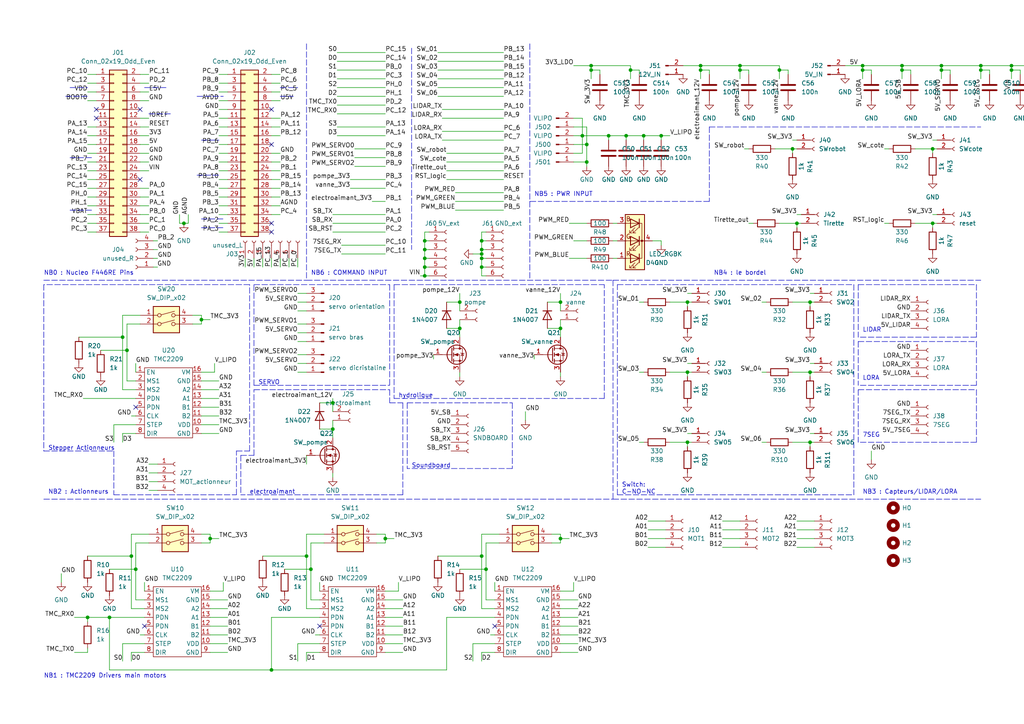
<source format=kicad_sch>
(kicad_sch (version 20211123) (generator eeschema)
  (paper "A4")
  (title_block (title "Carte interconnection") (date "2022-04-17") (rev "V1.0") (company "Pokibot"))
  (junction (at 293.37 19.05))
  (junction (at 199.39 87.63))
  (junction (at 139.7 77.47))
  (junction (at 111.76 156.21))
  (junction (at 234.95 87.63))
  (junction (at 234.95 107.95))
  (junction (at 123.19 80.01))
  (junction (at 123.19 74.93))
  (junction (at 234.95 128.27))
  (junction (at 25.4 179.07))
  (junction (at 284.48 19.05))
  (junction (at 214.63 20.32))
  (junction (at 139.7 161.29))
  (junction (at 139.7 73.66))
  (junction (at 38.1 161.29))
  (junction (at 123.19 77.47))
  (junction (at 170.18 46.99))
  (junction (at 60.96 156.21))
  (junction (at 303.53 20.32))
  (junction (at 162.56 87.63))
  (junction (at 39.37 165.1))
  (junction (at 182.88 20.32))
  (junction (at 133.35 95.25))
  (junction (at 139.7 69.85))
  (junction (at 205.74 -16.51))
  (junction (at 229.87 43.18))
  (junction (at 273.05 19.05))
  (junction (at 123.19 69.85))
  (junction (at 203.2 19.05))
  (junction (at 53.34 64.77))
  (junction (at 88.9 161.29))
  (junction (at 139.7 72.39))
  (junction (at 58.42 92.71))
  (junction (at 191.77 39.37))
  (junction (at 250.19 20.32))
  (junction (at 261.62 20.32))
  (junction (at 170.18 41.91))
  (junction (at 261.62 19.05))
  (junction (at 171.45 20.32))
  (junction (at 203.2 20.32))
  (junction (at 233.68 -16.51))
  (junction (at 123.19 72.39))
  (junction (at 36.83 101.6))
  (junction (at 168.91 39.37))
  (junction (at 250.19 19.05))
  (junction (at 199.39 107.95))
  (junction (at 90.17 165.1))
  (junction (at 226.06 20.32))
  (junction (at 186.69 39.37))
  (junction (at 210.82 -16.51))
  (junction (at 273.05 20.32))
  (junction (at 270.51 43.18))
  (junction (at 284.48 20.32))
  (junction (at 140.97 165.1))
  (junction (at 162.56 95.25))
  (junction (at 35.56 97.79))
  (junction (at 181.61 39.37))
  (junction (at 171.45 19.05))
  (junction (at 214.63 19.05))
  (junction (at 96.52 124.46))
  (junction (at 96.52 116.84))
  (junction (at 199.39 128.27))
  (junction (at 78.74 194.31))
  (junction (at 133.35 87.63))
  (junction (at 139.7 74.93))
  (junction (at 270.51 64.77))
  (junction (at 293.37 20.32))
  (junction (at 231.14 64.77))
  (junction (at 162.56 156.21))
  (junction (at 176.53 39.37))
  (junction (at 31.75 179.07))
  (no_connect (at 40.64 52.07))
  (no_connect (at 27.94 34.29))
  (no_connect (at 27.94 31.75))
  (no_connect (at 78.74 41.91))
  (no_connect (at 78.74 67.31))
  (no_connect (at 78.74 64.77))
  (no_connect (at 78.74 31.75))
  (no_connect (at 92.71 181.61))
  (no_connect (at 41.91 181.61))
  (no_connect (at 143.51 181.61))
  (no_connect (at 40.64 31.75))
  (no_connect (at 39.37 118.11))
  (wire (pts (xy 127 25.4) (xy 146.05 25.4)))
  (wire (pts (xy 132.08 55.88) (xy 146.05 55.88)))
  (wire (pts (xy 60.96 186.69) (xy 66.04 186.69)))
  (wire (pts (xy 63.5 67.31) (xy 66.04 67.31)))
  (wire (pts (xy 168.91 44.45) (xy 168.91 39.37)))
  (wire (pts (xy 214.63 156.21) (xy 209.55 156.21)))
  (wire (pts (xy 21.59 189.23) (xy 25.4 189.23)))
  (wire (pts (xy 38.1 120.65) (xy 39.37 120.65)))
  (wire (pts (xy 88.9 134.62) (xy 88.9 132.08)))
  (wire (pts (xy 93.98 157.48) (xy 90.17 157.48)))
  (wire (pts (xy 78.74 194.31) (xy 129.54 194.31)))
  (wire (pts (xy 78.74 59.69) (xy 81.28 59.69)))
  (polyline (pts (xy 113.03 113.03) (xy 113.03 116.84)))
  (wire (pts (xy 24.13 115.57) (xy 39.37 115.57)))
  (wire (pts (xy 21.59 179.07) (xy 25.4 179.07)))
  (wire (pts (xy 97.79 39.37) (xy 111.76 39.37)))
  (wire (pts (xy 123.19 80.01) (xy 124.46 80.01)))
  (wire (pts (xy 214.63 19.05) (xy 214.63 20.32)))
  (wire (pts (xy 214.63 151.13) (xy 209.55 151.13)))
  (wire (pts (xy 40.64 36.83) (xy 43.18 36.83)))
  (wire (pts (xy 35.56 186.69) (xy 35.56 191.77)))
  (wire (pts (xy 60.96 173.99) (xy 66.04 173.99)))
  (wire (pts (xy 40.64 91.44) (xy 35.56 91.44)))
  (wire (pts (xy 303.53 20.32) (xy 303.53 22.86)))
  (wire (pts (xy 82.55 165.1) (xy 90.17 165.1)))
  (wire (pts (xy 124.46 77.47) (xy 123.19 77.47)))
  (polyline (pts (xy 69.85 132.08) (xy 69.85 143.51)))
  (wire (pts (xy 36.83 110.49) (xy 39.37 110.49)))
  (wire (pts (xy 96.52 121.92) (xy 96.52 124.46)))
  (wire (pts (xy 139.7 74.93) (xy 140.97 74.93)))
  (wire (pts (xy 25.4 57.15) (xy 27.94 57.15)))
  (wire (pts (xy 44.45 77.47) (xy 45.72 77.47)))
  (wire (pts (xy 220.98 107.95) (xy 222.25 107.95)))
  (wire (pts (xy 39.37 105.41) (xy 39.37 107.95)))
  (wire (pts (xy 203.2 20.32) (xy 203.2 22.86)))
  (wire (pts (xy 162.56 92.71) (xy 162.56 95.25)))
  (wire (pts (xy 44.45 74.93) (xy 45.72 74.93)))
  (wire (pts (xy 97.79 20.32) (xy 111.76 20.32)))
  (wire (pts (xy 31.75 194.31) (xy 78.74 194.31)))
  (polyline (pts (xy 73.66 111.76) (xy 113.03 111.76)))
  (wire (pts (xy 25.4 179.07) (xy 25.4 180.34)))
  (wire (pts (xy 139.7 154.94) (xy 139.7 161.29)))
  (wire (pts (xy 111.76 181.61) (xy 116.84 181.61)))
  (wire (pts (xy 86.36 85.09) (xy 88.9 85.09)))
  (wire (pts (xy 86.36 105.41) (xy 88.9 105.41)))
  (wire (pts (xy 139.7 73.66) (xy 139.7 74.93)))
  (wire (pts (xy 123.19 74.93) (xy 123.19 72.39)))
  (wire (pts (xy 306.07 20.32) (xy 303.53 20.32)))
  (wire (pts (xy 58.42 110.49) (xy 63.5 110.49)))
  (wire (pts (xy 217.17 21.59) (xy 217.17 20.32)))
  (wire (pts (xy 129.54 49.53) (xy 146.05 49.53)))
  (wire (pts (xy 62.23 105.41) (xy 62.23 107.95)))
  (wire (pts (xy 231.14 64.77) (xy 232.41 64.77)))
  (wire (pts (xy 97.79 22.86) (xy 111.76 22.86)))
  (polyline (pts (xy 73.66 82.55) (xy 113.03 82.55)))
  (wire (pts (xy 182.88 20.32) (xy 182.88 22.86)))
  (wire (pts (xy 35.56 125.73) (xy 39.37 125.73)))
  (wire (pts (xy 60.96 181.61) (xy 66.04 181.61)))
  (wire (pts (xy 144.78 154.94) (xy 139.7 154.94)))
  (wire (pts (xy 293.37 19.05) (xy 293.37 20.32)))
  (polyline (pts (xy 248.92 113.03) (xy 248.92 128.27)))
  (polyline (pts (xy 12.7 144.78) (xy 177.8 144.78)))
  (wire (pts (xy 203.2 19.05) (xy 203.2 20.32)))
  (wire (pts (xy 162.56 156.21) (xy 162.56 157.48)))
  (wire (pts (xy 111.76 179.07) (xy 116.84 179.07)))
  (wire (pts (xy 127 161.29) (xy 139.7 161.29)))
  (wire (pts (xy 39.37 173.99) (xy 41.91 173.99)))
  (wire (pts (xy 200.66 -15.24) (xy 200.66 -16.51)))
  (polyline (pts (xy 114.3 82.55) (xy 175.26 82.55)))
  (wire (pts (xy 191.77 39.37) (xy 194.31 39.37)))
  (wire (pts (xy 160.02 154.94) (xy 162.56 154.94)))
  (wire (pts (xy 73.66 74.93) (xy 73.66 77.47)))
  (polyline (pts (xy 73.66 132.08) (xy 73.66 113.03)))
  (wire (pts (xy 193.04 158.75) (xy 187.96 158.75)))
  (wire (pts (xy 97.79 36.83) (xy 111.76 36.83)))
  (wire (pts (xy 139.7 67.31) (xy 140.97 67.31)))
  (polyline (pts (xy 283.21 111.76) (xy 248.92 111.76)))
  (wire (pts (xy 35.56 91.44) (xy 35.56 97.79)))
  (wire (pts (xy 63.5 44.45) (xy 66.04 44.45)))
  (wire (pts (xy 58.42 113.03) (xy 63.5 113.03)))
  (wire (pts (xy 81.28 74.93) (xy 81.28 77.47)))
  (wire (pts (xy 158.75 95.25) (xy 162.56 95.25)))
  (wire (pts (xy 111.76 156.21) (xy 114.3 156.21)))
  (wire (pts (xy 214.63 153.67) (xy 209.55 153.67)))
  (wire (pts (xy 166.37 46.99) (xy 170.18 46.99)))
  (wire (pts (xy 25.4 49.53) (xy 27.94 49.53)))
  (wire (pts (xy 129.54 52.07) (xy 146.05 52.07)))
  (polyline (pts (xy 283.21 99.06) (xy 283.21 111.76)))
  (wire (pts (xy 111.76 171.45) (xy 115.57 171.45)))
  (polyline (pts (xy 205.74 36.83) (xy 205.74 58.42)))
  (wire (pts (xy 40.64 62.23) (xy 43.18 62.23)))
  (wire (pts (xy 198.12 19.05) (xy 203.2 19.05)))
  (wire (pts (xy 31.75 179.07) (xy 31.75 194.31)))
  (wire (pts (xy 58.42 92.71) (xy 58.42 93.98)))
  (wire (pts (xy 166.37 69.85) (xy 170.18 69.85)))
  (wire (pts (xy 162.56 179.07) (xy 167.64 179.07)))
  (wire (pts (xy 96.52 138.43) (xy 96.52 137.16)))
  (wire (pts (xy 60.96 156.21) (xy 60.96 157.48)))
  (wire (pts (xy 275.59 21.59) (xy 275.59 20.32)))
  (wire (pts (xy 101.6 52.07) (xy 111.76 52.07)))
  (wire (pts (xy 171.45 20.32) (xy 171.45 22.86)))
  (wire (pts (xy 217.17 64.77) (xy 218.44 64.77)))
  (wire (pts (xy 214.63 158.75) (xy 209.55 158.75)))
  (wire (pts (xy 25.4 44.45) (xy 27.94 44.45)))
  (wire (pts (xy 71.12 74.93) (xy 71.12 77.47)))
  (wire (pts (xy 143.51 168.91) (xy 143.51 171.45)))
  (wire (pts (xy 78.74 39.37) (xy 81.28 39.37)))
  (wire (pts (xy 38.1 154.94) (xy 38.1 161.29)))
  (polyline (pts (xy 247.65 82.55) (xy 247.65 143.51)))
  (wire (pts (xy 250.19 20.32) (xy 250.19 22.86)))
  (wire (pts (xy 25.4 161.29) (xy 38.1 161.29)))
  (wire (pts (xy 25.4 64.77) (xy 27.94 64.77)))
  (wire (pts (xy 78.74 44.45) (xy 81.28 44.45)))
  (wire (pts (xy 306.07 21.59) (xy 306.07 20.32)))
  (wire (pts (xy 128.27 40.64) (xy 146.05 40.64)))
  (polyline (pts (xy 179.07 143.51) (xy 247.65 143.51)))
  (wire (pts (xy 63.5 29.21) (xy 66.04 29.21)))
  (wire (pts (xy 168.91 39.37) (xy 176.53 39.37)))
  (wire (pts (xy 252.73 20.32) (xy 250.19 20.32)))
  (wire (pts (xy 133.35 165.1) (xy 140.97 165.1)))
  (wire (pts (xy 92.71 116.84) (xy 96.52 116.84)))
  (wire (pts (xy 128.27 31.75) (xy 146.05 31.75)))
  (polyline (pts (xy 118.11 116.84) (xy 148.59 116.84)))
  (wire (pts (xy 86.36 90.17) (xy 88.9 90.17)))
  (wire (pts (xy 194.31 87.63) (xy 199.39 87.63)))
  (wire (pts (xy 60.96 154.94) (xy 60.96 156.21)))
  (wire (pts (xy 97.79 33.02) (xy 111.76 33.02)))
  (wire (pts (xy 133.35 92.71) (xy 133.35 95.25)))
  (wire (pts (xy 238.76 -13.97) (xy 238.76 -16.51)))
  (wire (pts (xy 205.74 20.32) (xy 205.74 21.59)))
  (polyline (pts (xy 177.8 144.78) (xy 284.48 144.78)))
  (wire (pts (xy 185.42 107.95) (xy 186.69 107.95)))
  (wire (pts (xy 226.06 19.05) (xy 226.06 20.32)))
  (wire (pts (xy 217.17 20.32) (xy 214.63 20.32)))
  (wire (pts (xy 234.95 87.63) (xy 236.22 87.63)))
  (wire (pts (xy 139.7 77.47) (xy 140.97 77.47)))
  (wire (pts (xy 78.74 34.29) (xy 81.28 34.29)))
  (wire (pts (xy 63.5 21.59) (xy 66.04 21.59)))
  (polyline (pts (xy 68.58 143.51) (xy 68.58 130.81)))
  (wire (pts (xy 139.7 161.29) (xy 139.7 176.53)))
  (wire (pts (xy 166.37 34.29) (xy 168.91 34.29)))
  (wire (pts (xy 234.95 128.27) (xy 236.22 128.27)))
  (wire (pts (xy 63.5 31.75) (xy 66.04 31.75)))
  (wire (pts (xy 162.56 173.99) (xy 167.64 173.99)))
  (wire (pts (xy 264.16 20.32) (xy 261.62 20.32)))
  (wire (pts (xy 96.52 116.84) (xy 96.52 119.38)))
  (wire (pts (xy 52.07 62.23) (xy 52.07 64.77)))
  (wire (pts (xy 63.5 46.99) (xy 66.04 46.99)))
  (wire (pts (xy 233.68 -16.51) (xy 233.68 -13.97)))
  (wire (pts (xy 17.78 166.37) (xy 17.78 168.91)))
  (wire (pts (xy 111.76 176.53) (xy 116.84 176.53)))
  (wire (pts (xy 224.79 43.18) (xy 229.87 43.18)))
  (wire (pts (xy 102.87 48.26) (xy 111.76 48.26)))
  (wire (pts (xy 58.42 118.11) (xy 63.5 118.11)))
  (wire (pts (xy 144.78 157.48) (xy 140.97 157.48)))
  (wire (pts (xy 86.36 96.52) (xy 88.9 96.52)))
  (wire (pts (xy 78.74 21.59) (xy 81.28 21.59)))
  (wire (pts (xy 273.05 19.05) (xy 284.48 19.05)))
  (wire (pts (xy 97.79 27.94) (xy 111.76 27.94)))
  (wire (pts (xy 78.74 52.07) (xy 81.28 52.07)))
  (wire (pts (xy 78.74 26.67) (xy 81.28 26.67)))
  (polyline (pts (xy 205.74 58.42) (xy 153.67 58.42)))
  (polyline (pts (xy 12.7 130.81) (xy 33.02 130.81)))
  (wire (pts (xy 63.5 59.69) (xy 66.04 59.69)))
  (polyline (pts (xy 179.07 82.55) (xy 247.65 82.55)))
  (wire (pts (xy 256.54 64.77) (xy 257.81 64.77)))
  (wire (pts (xy 99.06 73.66) (xy 111.76 73.66)))
  (wire (pts (xy 97.79 30.48) (xy 111.76 30.48)))
  (wire (pts (xy 40.64 46.99) (xy 43.18 46.99)))
  (polyline (pts (xy 148.59 116.84) (xy 148.59 135.89)))
  (wire (pts (xy 203.2 19.05) (xy 214.63 19.05)))
  (polyline (pts (xy 248.92 99.06) (xy 248.92 111.76)))
  (wire (pts (xy 261.62 19.05) (xy 261.62 20.32)))
  (wire (pts (xy 142.24 184.15) (xy 143.51 184.15)))
  (wire (pts (xy 220.98 128.27) (xy 222.25 128.27)))
  (polyline (pts (xy 88.9 81.28) (xy 177.8 81.28)))
  (wire (pts (xy 78.74 179.07) (xy 92.71 179.07)))
  (wire (pts (xy 265.43 64.77) (xy 270.51 64.77)))
  (wire (pts (xy 250.19 19.05) (xy 250.19 20.32)))
  (polyline (pts (xy 113.03 116.84) (xy 116.84 116.84)))
  (wire (pts (xy 160.02 157.48) (xy 162.56 157.48)))
  (wire (pts (xy 25.4 41.91) (xy 27.94 41.91)))
  (wire (pts (xy 170.18 36.83) (xy 170.18 41.91)))
  (wire (pts (xy 35.56 186.69) (xy 41.91 186.69)))
  (wire (pts (xy 236.22 151.13) (xy 231.14 151.13)))
  (wire (pts (xy 60.96 171.45) (xy 64.77 171.45)))
  (wire (pts (xy 193.04 153.67) (xy 187.96 153.67)))
  (wire (pts (xy 166.37 44.45) (xy 168.91 44.45)))
  (polyline (pts (xy 58.42 63.5) (xy 64.77 63.5)))
  (wire (pts (xy 303.53 19.05) (xy 303.53 20.32)))
  (wire (pts (xy 226.06 64.77) (xy 231.14 64.77)))
  (wire (pts (xy 25.4 54.61) (xy 27.94 54.61)))
  (polyline (pts (xy 43.18 33.02) (xy 49.53 33.02)))
  (wire (pts (xy 252.73 130.81) (xy 252.73 133.35)))
  (wire (pts (xy 40.64 54.61) (xy 43.18 54.61)))
  (wire (pts (xy 102.87 45.72) (xy 111.76 45.72)))
  (polyline (pts (xy 283.21 128.27) (xy 248.92 128.27)))
  (wire (pts (xy 38.1 176.53) (xy 41.91 176.53)))
  (wire (pts (xy 133.35 85.09) (xy 133.35 87.63)))
  (wire (pts (xy 22.86 97.79) (xy 35.56 97.79)))
  (wire (pts (xy 229.87 107.95) (xy 234.95 107.95)))
  (wire (pts (xy 293.37 19.05) (xy 303.53 19.05)))
  (wire (pts (xy 228.6 20.32) (xy 226.06 20.32)))
  (polyline (pts (xy 33.02 143.51) (xy 68.58 143.51)))
  (wire (pts (xy 127 15.24) (xy 146.05 15.24)))
  (wire (pts (xy 194.31 128.27) (xy 199.39 128.27)))
  (wire (pts (xy 189.23 69.85) (xy 191.77 69.85)))
  (wire (pts (xy 86.36 74.93) (xy 86.36 77.47)))
  (wire (pts (xy 97.79 17.78) (xy 111.76 17.78)))
  (wire (pts (xy 121.92 80.01) (xy 123.19 80.01)))
  (wire (pts (xy 86.36 93.98) (xy 88.9 93.98)))
  (wire (pts (xy 93.98 154.94) (xy 88.9 154.94)))
  (wire (pts (xy 101.6 54.61) (xy 111.76 54.61)))
  (wire (pts (xy 129.54 87.63) (xy 133.35 87.63)))
  (polyline (pts (xy 114.3 115.57) (xy 175.26 115.57)))
  (wire (pts (xy 25.4 39.37) (xy 27.94 39.37)))
  (wire (pts (xy 139.7 77.47) (xy 139.7 80.01)))
  (wire (pts (xy 60.96 189.23) (xy 66.04 189.23)))
  (wire (pts (xy 109.22 157.48) (xy 111.76 157.48)))
  (polyline (pts (xy 248.92 82.55) (xy 283.21 82.55)))
  (wire (pts (xy 273.05 19.05) (xy 273.05 20.32)))
  (polyline (pts (xy 116.84 116.84) (xy 116.84 143.51)))
  (wire (pts (xy 40.64 67.31) (xy 43.18 67.31)))
  (wire (pts (xy 127 27.94) (xy 146.05 27.94)))
  (wire (pts (xy 63.5 62.23) (xy 66.04 62.23)))
  (wire (pts (xy 287.02 21.59) (xy 287.02 20.32)))
  (wire (pts (xy 185.42 21.59) (xy 185.42 20.32)))
  (wire (pts (xy 154.94 104.14) (xy 154.94 102.87)))
  (wire (pts (xy 295.91 20.32) (xy 293.37 20.32)))
  (wire (pts (xy 25.4 24.13) (xy 27.94 24.13)))
  (wire (pts (xy 162.56 154.94) (xy 162.56 156.21)))
  (wire (pts (xy 88.9 189.23) (xy 88.9 191.77)))
  (wire (pts (xy 40.64 41.91) (xy 43.18 41.91)))
  (wire (pts (xy 53.34 64.77) (xy 52.07 64.77)))
  (polyline (pts (xy 153.67 58.42) (xy 153.67 81.28)))
  (wire (pts (xy 228.6 21.59) (xy 228.6 20.32)))
  (wire (pts (xy 92.71 124.46) (xy 96.52 124.46)))
  (wire (pts (xy 96.52 62.23) (xy 111.76 62.23)))
  (wire (pts (xy 40.64 93.98) (xy 36.83 93.98)))
  (wire (pts (xy 137.16 186.69) (xy 143.51 186.69)))
  (polyline (pts (xy 248.92 113.03) (xy 283.21 113.03)))
  (wire (pts (xy 25.4 29.21) (xy 27.94 29.21)))
  (polyline (pts (xy 153.67 12.7) (xy 153.67 58.42)))
  (wire (pts (xy 162.56 181.61) (xy 167.64 181.61)))
  (wire (pts (xy 199.39 87.63) (xy 199.39 88.9)))
  (polyline (pts (xy 58.42 40.64) (xy 63.5 40.64)))
  (polyline (pts (xy 116.84 143.51) (xy 69.85 143.51)))
  (wire (pts (xy 40.64 64.77) (xy 43.18 64.77)))
  (polyline (pts (xy 73.66 113.03) (xy 113.03 113.03)))
  (wire (pts (xy 234.95 107.95) (xy 236.22 107.95)))
  (wire (pts (xy 88.9 176.53) (xy 92.71 176.53)))
  (polyline (pts (xy 68.58 130.81) (xy 72.39 130.81)))
  (wire (pts (xy 31.75 179.07) (xy 41.91 179.07)))
  (wire (pts (xy 43.18 139.7) (xy 45.72 139.7)))
  (wire (pts (xy 40.64 26.67) (xy 43.18 26.67)))
  (wire (pts (xy 88.9 189.23) (xy 92.71 189.23)))
  (wire (pts (xy 261.62 20.32) (xy 261.62 22.86)))
  (wire (pts (xy 39.37 157.48) (xy 39.37 165.1)))
  (wire (pts (xy 162.56 186.69) (xy 167.64 186.69)))
  (wire (pts (xy 205.74 -16.51) (xy 210.82 -16.51)))
  (wire (pts (xy 53.34 64.77) (xy 54.61 64.77)))
  (polyline (pts (xy 88.9 12.7) (xy 88.9 81.28)))
  (wire (pts (xy 162.56 176.53) (xy 167.64 176.53)))
  (wire (pts (xy 58.42 115.57) (xy 63.5 115.57)))
  (wire (pts (xy 123.19 72.39) (xy 123.19 69.85)))
  (polyline (pts (xy 177.8 81.28) (xy 284.48 81.28)))
  (wire (pts (xy 173.99 20.32) (xy 173.99 21.59)))
  (wire (pts (xy 238.76 -16.51) (xy 233.68 -16.51)))
  (wire (pts (xy 127 22.86) (xy 146.05 22.86)))
  (wire (pts (xy 86.36 87.63) (xy 88.9 87.63)))
  (wire (pts (xy 231.14 62.23) (xy 232.41 62.23)))
  (wire (pts (xy 58.42 125.73) (xy 63.5 125.73)))
  (wire (pts (xy 40.64 21.59) (xy 43.18 21.59)))
  (wire (pts (xy 43.18 157.48) (xy 39.37 157.48)))
  (polyline (pts (xy 118.11 116.84) (xy 118.11 135.89)))
  (wire (pts (xy 55.88 91.44) (xy 58.42 91.44)))
  (wire (pts (xy 123.19 74.93) (xy 123.19 77.47)))
  (wire (pts (xy 139.7 72.39) (xy 140.97 72.39)))
  (wire (pts (xy 139.7 189.23) (xy 139.7 191.77)))
  (wire (pts (xy 96.52 115.57) (xy 96.52 116.84)))
  (wire (pts (xy 166.37 39.37) (xy 168.91 39.37)))
  (wire (pts (xy 43.18 134.62) (xy 45.72 134.62)))
  (wire (pts (xy 123.19 67.31) (xy 124.46 67.31)))
  (wire (pts (xy 92.71 168.91) (xy 92.71 171.45)))
  (polyline (pts (xy 113.03 82.55) (xy 113.03 111.76)))
  (polyline (pts (xy 33.02 130.81) (xy 33.02 143.51)))
  (wire (pts (xy 78.74 74.93) (xy 78.74 77.47)))
  (polyline (pts (xy 81.28 25.4) (xy 86.36 25.4)))
  (wire (pts (xy 40.64 24.13) (xy 43.18 24.13)))
  (wire (pts (xy 63.5 52.07) (xy 66.04 52.07)))
  (polyline (pts (xy 177.8 81.28) (xy 177.8 144.78)))
  (wire (pts (xy 176.53 39.37) (xy 181.61 39.37)))
  (wire (pts (xy 139.7 74.93) (xy 139.7 77.47)))
  (wire (pts (xy 36.83 93.98) (xy 36.83 101.6)))
  (polyline (pts (xy 283.21 113.03) (xy 283.21 128.27)))
  (wire (pts (xy 166.37 19.05) (xy 171.45 19.05)))
  (polyline (pts (xy 20.32 60.96) (xy 26.67 60.96)))
  (wire (pts (xy 176.53 39.37) (xy 176.53 40.64)))
  (polyline (pts (xy 72.39 82.55) (xy 12.7 82.55)))
  (wire (pts (xy 199.39 128.27) (xy 199.39 129.54)))
  (wire (pts (xy 111.76 184.15) (xy 116.84 184.15)))
  (wire (pts (xy 199.39 105.41) (xy 200.66 105.41)))
  (wire (pts (xy 43.18 137.16) (xy 45.72 137.16)))
  (wire (pts (xy 96.52 124.46) (xy 96.52 127)))
  (wire (pts (xy 25.4 36.83) (xy 27.94 36.83)))
  (wire (pts (xy 63.5 54.61) (xy 66.04 54.61)))
  (wire (pts (xy 229.87 128.27) (xy 234.95 128.27)))
  (wire (pts (xy 63.5 36.83) (xy 66.04 36.83)))
  (wire (pts (xy 186.69 39.37) (xy 186.69 40.64)))
  (wire (pts (xy 86.36 99.06) (xy 88.9 99.06)))
  (wire (pts (xy 78.74 49.53) (xy 81.28 49.53)))
  (polyline (pts (xy 41.91 25.4) (xy 48.26 25.4)))
  (wire (pts (xy 215.9 43.18) (xy 217.17 43.18)))
  (wire (pts (xy 35.56 125.73) (xy 35.56 128.27)))
  (wire (pts (xy 88.9 154.94) (xy 88.9 161.29)))
  (wire (pts (xy 25.4 52.07) (xy 27.94 52.07)))
  (wire (pts (xy 40.64 57.15) (xy 43.18 57.15)))
  (wire (pts (xy 140.97 80.01) (xy 139.7 80.01)))
  (wire (pts (xy 132.08 60.96) (xy 146.05 60.96)))
  (wire (pts (xy 152.4 119.38) (xy 152.4 121.92)))
  (wire (pts (xy 127 17.78) (xy 146.05 17.78)))
  (wire (pts (xy 185.42 128.27) (xy 186.69 128.27)))
  (wire (pts (xy 173.99 20.32) (xy 171.45 20.32)))
  (wire (pts (xy 229.87 87.63) (xy 234.95 87.63)))
  (wire (pts (xy 63.5 64.77) (xy 66.04 64.77)))
  (polyline (pts (xy 12.7 81.28) (xy 88.9 81.28)))
  (wire (pts (xy 234.95 128.27) (xy 234.95 129.54)))
  (wire (pts (xy 60.96 179.07) (xy 66.04 179.07)))
  (wire (pts (xy 132.08 58.42) (xy 146.05 58.42)))
  (wire (pts (xy 139.7 73.66) (xy 139.7 72.39)))
  (wire (pts (xy 129.54 44.45) (xy 146.05 44.45)))
  (polyline (pts (xy 119.38 13.97) (xy 119.38 72.39)))
  (polyline (pts (xy 114.3 82.55) (xy 114.3 115.57)))
  (wire (pts (xy 78.74 57.15) (xy 81.28 57.15)))
  (wire (pts (xy 199.39 125.73) (xy 200.66 125.73)))
  (wire (pts (xy 229.87 43.18) (xy 229.87 44.45)))
  (wire (pts (xy 123.19 72.39) (xy 124.46 72.39)))
  (wire (pts (xy 199.39 107.95) (xy 199.39 109.22)))
  (wire (pts (xy 181.61 39.37) (xy 181.61 40.64)))
  (wire (pts (xy 111.76 154.94) (xy 111.76 156.21)))
  (wire (pts (xy 38.1 189.23) (xy 41.91 189.23)))
  (wire (pts (xy 133.35 109.22) (xy 133.35 107.95)))
  (wire (pts (xy 55.88 93.98) (xy 58.42 93.98)))
  (wire (pts (xy 39.37 165.1) (xy 39.37 173.99)))
  (wire (pts (xy 38.1 189.23) (xy 38.1 191.77)))
  (wire (pts (xy 199.39 107.95) (xy 200.66 107.95)))
  (wire (pts (xy 25.4 179.07) (xy 31.75 179.07)))
  (wire (pts (xy 193.04 156.21) (xy 187.96 156.21)))
  (polyline (pts (xy 283.21 97.79) (xy 248.92 97.79)))
  (wire (pts (xy 35.56 97.79) (xy 35.56 113.03)))
  (wire (pts (xy 96.52 64.77) (xy 111.76 64.77)))
  (wire (pts (xy 58.42 123.19) (xy 63.5 123.19)))
  (wire (pts (xy 270.51 62.23) (xy 271.78 62.23)))
  (polyline (pts (xy 12.7 82.55) (xy 12.7 130.81)))
  (wire (pts (xy 210.82 -15.24) (xy 210.82 -16.51)))
  (polyline (pts (xy 20.32 25.4) (xy 25.4 25.4)))
  (wire (pts (xy 162.56 109.22) (xy 162.56 107.95)))
  (wire (pts (xy 25.4 62.23) (xy 27.94 62.23)))
  (wire (pts (xy 78.74 29.21) (xy 81.28 29.21)))
  (polyline (pts (xy 57.15 50.8) (xy 63.5 50.8)))
  (wire (pts (xy 162.56 95.25) (xy 162.56 97.79)))
  (wire (pts (xy 234.95 85.09) (xy 236.22 85.09)))
  (wire (pts (xy 43.18 154.94) (xy 38.1 154.94)))
  (polyline (pts (xy 20.32 45.72) (xy 26.67 45.72)))
  (wire (pts (xy 58.42 120.65) (xy 63.5 120.65)))
  (wire (pts (xy 186.69 39.37) (xy 191.77 39.37)))
  (wire (pts (xy 284.48 20.32) (xy 284.48 22.86)))
  (wire (pts (xy 40.64 29.21) (xy 43.18 29.21)))
  (wire (pts (xy 123.19 74.93) (xy 124.46 74.93)))
  (wire (pts (xy 63.5 49.53) (xy 66.04 49.53)))
  (wire (pts (xy 229.87 40.64) (xy 231.14 40.64)))
  (wire (pts (xy 40.64 184.15) (xy 41.91 184.15)))
  (wire (pts (xy 63.5 41.91) (xy 66.04 41.91)))
  (wire (pts (xy 236.22 153.67) (xy 231.14 153.67)))
  (wire (pts (xy 58.42 154.94) (xy 60.96 154.94)))
  (wire (pts (xy 191.77 39.37) (xy 191.77 40.64)))
  (wire (pts (xy 78.74 24.13) (xy 81.28 24.13)))
  (wire (pts (xy 270.51 43.18) (xy 271.78 43.18)))
  (wire (pts (xy 270.51 40.64) (xy 271.78 40.64)))
  (wire (pts (xy 58.42 92.71) (xy 60.96 92.71)))
  (wire (pts (xy 86.36 102.87) (xy 88.9 102.87)))
  (wire (pts (xy 111.76 189.23) (xy 116.84 189.23)))
  (wire (pts (xy 99.06 71.12) (xy 111.76 71.12)))
  (wire (pts (xy 58.42 91.44) (xy 58.42 92.71)))
  (wire (pts (xy 270.51 43.18) (xy 270.51 44.45)))
  (wire (pts (xy 35.56 113.03) (xy 39.37 113.03)))
  (wire (pts (xy 86.36 186.69) (xy 86.36 191.77)))
  (wire (pts (xy 78.74 62.23) (xy 81.28 62.23)))
  (wire (pts (xy 78.74 46.99) (xy 81.28 46.99)))
  (wire (pts (xy 128.27 34.29) (xy 146.05 34.29)))
  (wire (pts (xy 109.22 154.94) (xy 111.76 154.94)))
  (wire (pts (xy 58.42 157.48) (xy 60.96 157.48)))
  (wire (pts (xy 129.54 95.25) (xy 133.35 95.25)))
  (wire (pts (xy 129.54 46.99) (xy 146.05 46.99)))
  (wire (pts (xy 25.4 67.31) (xy 27.94 67.31)))
  (wire (pts (xy 44.45 72.39) (xy 45.72 72.39)))
  (wire (pts (xy 162.56 87.63) (xy 162.56 90.17)))
  (wire (pts (xy 261.62 19.05) (xy 273.05 19.05)))
  (wire (pts (xy 40.64 34.29) (xy 43.18 34.29)))
  (polyline (pts (xy 57.15 27.94) (xy 64.77 27.94)))
  (wire (pts (xy 54.61 62.23) (xy 54.61 64.77)))
  (wire (pts (xy 166.37 36.83) (xy 170.18 36.83)))
  (polyline (pts (xy 179.07 143.51) (xy 179.07 82.55)))
  (wire (pts (xy 205.74 -16.51) (xy 205.74 -15.24)))
  (wire (pts (xy 162.56 156.21) (xy 165.1 156.21)))
  (wire (pts (xy 40.64 39.37) (xy 43.18 39.37)))
  (wire (pts (xy 123.19 77.47) (xy 123.19 80.01)))
  (wire (pts (xy 199.39 87.63) (xy 200.66 87.63)))
  (wire (pts (xy 171.45 19.05) (xy 171.45 20.32)))
  (wire (pts (xy 226.06 20.32) (xy 226.06 22.86)))
  (wire (pts (xy 284.48 19.05) (xy 284.48 20.32)))
  (polyline (pts (xy 175.26 115.57) (xy 175.26 82.55)))
  (polyline (pts (xy 248.92 82.55) (xy 248.92 97.79)))
  (wire (pts (xy 96.52 67.31) (xy 111.76 67.31)))
  (wire (pts (xy 170.18 41.91) (xy 170.18 46.99)))
  (wire (pts (xy 231.14 -16.51) (xy 233.68 -16.51)))
  (wire (pts (xy 166.37 41.91) (xy 170.18 41.91)))
  (wire (pts (xy 270.51 64.77) (xy 271.78 64.77)))
  (wire (pts (xy 200.66 -16.51) (xy 205.74 -16.51)))
  (wire (pts (xy 162.56 85.09) (xy 162.56 87.63)))
  (wire (pts (xy 170.18 46.99) (xy 170.18 48.26)))
  (wire (pts (xy 40.64 49.53) (xy 43.18 49.53)))
  (wire (pts (xy 129.54 194.31) (xy 129.54 179.07)))
  (wire (pts (xy 137.16 186.69) (xy 137.16 191.77)))
  (wire (pts (xy 90.17 173.99) (xy 92.71 173.99)))
  (polyline (pts (xy 81.28 27.94) (xy 85.09 27.94)))
  (wire (pts (xy 162.56 171.45) (xy 166.37 171.45)))
  (wire (pts (xy 236.22 156.21) (xy 231.14 156.21)))
  (wire (pts (xy 182.88 19.05) (xy 182.88 20.32)))
  (wire (pts (xy 90.17 165.1) (xy 90.17 173.99)))
  (wire (pts (xy 193.04 151.13) (xy 187.96 151.13)))
  (wire (pts (xy 83.82 74.93) (xy 83.82 77.47)))
  (wire (pts (xy 129.54 179.07) (xy 143.51 179.07)))
  (wire (pts (xy 139.7 189.23) (xy 143.51 189.23)))
  (wire (pts (xy 125.73 104.14) (xy 125.73 102.87)))
  (wire (pts (xy 127 20.32) (xy 146.05 20.32)))
  (wire (pts (xy 63.5 26.67) (xy 66.04 26.67)))
  (wire (pts (xy 25.4 187.96) (xy 25.4 189.23)))
  (wire (pts (xy 60.96 156.21) (xy 63.5 156.21)))
  (wire (pts (xy 275.59 20.32) (xy 273.05 20.32)))
  (wire (pts (xy 29.21 101.6) (xy 36.83 101.6)))
  (wire (pts (xy 199.39 128.27) (xy 200.66 128.27)))
  (wire (pts (xy 273.05 20.32) (xy 273.05 22.86)))
  (wire (pts (xy 76.2 74.93) (xy 76.2 77.47)))
  (wire (pts (xy 171.45 19.05) (xy 182.88 19.05)))
  (wire (pts (xy 97.79 15.24) (xy 111.76 15.24)))
  (wire (pts (xy 162.56 189.23) (xy 167.64 189.23)))
  (wire (pts (xy 284.48 19.05) (xy 293.37 19.05)))
  (wire (pts (xy 63.5 57.15) (xy 66.04 57.15)))
  (wire (pts (xy 102.87 43.18) (xy 111.76 43.18)))
  (wire (pts (xy 162.56 184.15) (xy 167.64 184.15)))
  (polyline (pts (xy 72.39 130.81) (xy 72.39 82.55)))
  (wire (pts (xy 252.73 20.32) (xy 252.73 21.59)))
  (wire (pts (xy 111.76 156.21) (xy 111.76 157.48)))
  (wire (pts (xy 64.77 168.91) (xy 64.77 171.45)))
  (wire (pts (xy 63.5 39.37) (xy 66.04 39.37)))
  (wire (pts (xy 139.7 69.85) (xy 140.97 69.85)))
  (wire (pts (xy 140.97 173.99) (xy 143.51 173.99)))
  (wire (pts (xy 97.79 25.4) (xy 111.76 25.4)))
  (wire (pts (xy 115.57 168.91) (xy 115.57 171.45)))
  (wire (pts (xy 185.42 87.63) (xy 186.69 87.63)))
  (wire (pts (xy 181.61 39.37) (xy 186.69 39.37)))
  (wire (pts (xy 140.97 157.48) (xy 140.97 165.1)))
  (wire (pts (xy 270.51 64.77) (xy 270.51 66.04)))
  (wire (pts (xy 33.02 123.19) (xy 33.02 128.27)))
  (wire (pts (xy 287.02 20.32) (xy 284.48 20.32)))
  (wire (pts (xy 264.16 21.59) (xy 264.16 20.32)))
  (wire (pts (xy 234.95 107.95) (xy 234.95 109.22)))
  (wire (pts (xy 234.95 87.63) (xy 234.95 88.9)))
  (wire (pts (xy 40.64 59.69) (xy 43.18 59.69)))
  (wire (pts (xy 90.17 157.48) (xy 90.17 165.1)))
  (wire (pts (xy 177.8 69.85) (xy 179.07 69.85)))
  (wire (pts (xy 256.54 43.18) (xy 257.81 43.18)))
  (polyline (pts (xy 248.92 99.06) (xy 283.21 99.06)))
  (wire (pts (xy 185.42 20.32) (xy 182.88 20.32)))
  (wire (pts (xy 128.27 38.1) (xy 146.05 38.1)))
  (wire (pts (xy 25.4 46.99) (xy 27.94 46.99)))
  (wire (pts (xy 214.63 20.32) (xy 214.63 22.86)))
  (wire (pts (xy 165.1 64.77) (xy 170.18 64.77)))
  (wire (pts (xy 63.5 34.29) (xy 66.04 34.29)))
  (wire (pts (xy 60.96 184.15) (xy 66.04 184.15)))
  (wire (pts (xy 60.96 176.53) (xy 66.04 176.53)))
  (wire (pts (xy 229.87 43.18) (xy 231.14 43.18)))
  (wire (pts (xy 31.75 165.1) (xy 39.37 165.1)))
  (wire (pts (xy 205.74 20.32) (xy 203.2 20.32)))
  (wire (pts (xy 78.74 194.31) (xy 78.74 179.07)))
  (wire (pts (xy 107.95 58.42) (xy 111.76 58.42)))
  (wire (pts (xy 165.1 74.93) (xy 170.18 74.93)))
  (polyline (pts (xy 73.66 111.76) (xy 73.66 82.55)))
  (wire (pts (xy 40.64 44.45) (xy 43.18 44.45)))
  (wire (pts (xy 158.75 87.63) (xy 162.56 87.63)))
  (wire (pts (xy 231.14 64.77) (xy 231.14 66.04)))
  (wire (pts (xy 25.4 26.67) (xy 27.94 26.67)))
  (wire (pts (xy 166.37 168.91) (xy 166.37 171.45)))
  (wire (pts (xy 245.11 19.05) (xy 250.19 19.05)))
  (wire (pts (xy 91.44 184.15) (xy 92.71 184.15)))
  (wire (pts (xy 36.83 101.6) (xy 36.83 110.49)))
  (polyline (pts (xy 205.74 36.83) (xy 284.48 36.83)))
  (wire (pts (xy 139.7 69.85) (xy 139.7 67.31)))
  (wire (pts (xy 44.45 69.85) (xy 45.72 69.85)))
  (wire (pts (xy 265.43 43.18) (xy 270.51 43.18)))
  (wire (pts (xy 88.9 161.29) (xy 88.9 176.53)))
  (wire (pts (xy 139.7 72.39) (xy 139.7 69.85)))
  (wire (pts (xy 177.8 64.77) (xy 179.07 64.77)))
  (polyline (pts (xy 69.85 132.08) (xy 73.66 132.08)))
  (wire (pts (xy 220.98 87.63) (xy 222.25 87.63)))
  (wire (pts (xy 123.19 69.85) (xy 124.46 69.85)))
  (wire (pts (xy 78.74 54.61) (xy 81.28 54.61)))
  (wire (pts (xy 41.91 168.91) (xy 41.91 171.45)))
  (polyline (pts (xy 148.59 135.89) (xy 118.11 135.89)))
  (wire (pts (xy 43.18 142.24) (xy 45.72 142.24)))
  (wire (pts (xy 133.35 87.63) (xy 133.35 90.17)))
  (polyline (pts (xy 58.42 66.04) (xy 64.77 66.04)))
  (wire (pts (xy 194.31 107.95) (xy 199.39 107.95)))
  (wire (pts (xy 38.1 161.29) (xy 38.1 176.53)))
  (wire (pts (xy 177.8 74.93) (xy 179.07 74.93)))
  (wire (pts (xy 63.5 24.13) (xy 66.04 24.13)))
  (wire (pts (xy 123.19 69.85) (xy 123.19 67.31)))
  (wire (pts (xy 250.19 19.05) (xy 261.62 19.05)))
  (wire (pts (xy 210.82 -16.51) (xy 215.9 -16.51)))
  (wire (pts (xy 191.77 69.85) (xy 191.77 71.12)))
  (wire (pts (xy 293.37 20.32) (xy 293.37 22.86)))
  (wire (pts (xy 25.4 59.69) (xy 27.94 59.69)))
  (wire (pts (xy 58.42 107.95) (xy 62.23 107.95)))
  (wire (pts (xy 25.4 21.59) (xy 27.94 21.59)))
  (wire (pts (xy 137.16 73.66) (xy 139.7 73.66)))
  (wire (pts (xy 133.35 95.25) (xy 133.35 97.79)))
  (wire (pts (xy 139.7 176.53) (xy 143.51 176.53)))
  (wire (pts (xy 214.63 19.05) (xy 226.06 19.05)))
  (wire (pts (xy 168.91 34.29) (xy 168.91 39.37)))
  (wire (pts (xy 78.74 36.83) (xy 81.28 36.83)))
  (polyline (pts (xy 283.21 82.55) (xy 283.21 97.79)))
  (wire (pts (xy 295.91 21.59) (xy 295.91 20.32)))
  (wire (pts (xy 33.02 123.19) (xy 39.37 123.19)))
  (wire (pts (xy 236.22 158.75) (xy 231.14 158.75)))
  (wire (pts (xy 86.36 107.95) (xy 88.9 107.95)))
  (wire (pts (xy 111.76 173.99) (xy 116.84 173.99)))
  (wire (pts (xy 234.95 105.41) (xy 236.22 105.41)))
  (wire (pts (xy 86.36 186.69) (xy 92.71 186.69)))
  (wire (pts (xy 234.95 125.73) (xy 236.22 125.73)))
  (polyline (pts (xy 19.05 27.94) (xy 25.4 27.94)))
  (wire (pts (xy 140.97 165.1) (xy 140.97 173.99)))
  (wire (pts (xy 111.76 186.69) (xy 116.84 186.69)))
  (wire (pts (xy 199.39 85.09) (xy 200.66 85.09)))
  (wire (pts (xy 76.2 161.29) (xy 88.9 161.29)))
  (text "NB1 : TMC2209 Drivers main motors" (at 12.7 196.85 0) (effects (font (size 1.27 1.27)) (justify left bottom)))
  (text "NB0 : Nucleo F446RE Pins" (at 12.7 80.01 0) (effects (font (size 1.27 1.27)) (justify left bottom)))
  (text "NB3 : Capteurs/LIDAR/LORA" (at 250.19 143.51 0) (effects (font (size 1.27 1.27)) (justify left bottom)))
  (text "LIDAR" (at 250.19 96.52 0) (effects (font (size 1.27 1.27)) (justify left bottom)))
  (text "NB6 : COMMAND INPUT" (at 90.17 80.01 0) (effects (font (size 1.27 1.27)) (justify left bottom)))
  (text "Switch:\nC-NO-NC" (at 180.34 143.51 0) (effects (font (size 1.27 1.27)) (justify left bottom)))
  (text "SERVO" (at 74.93 111.76 0) (effects (font (size 1.27 1.27)) (justify left bottom)))
  (text "NB2 : Actionneurs" (at 13.97 143.51 0) (effects (font (size 1.27 1.27)) (justify left bottom)))
  (text "hydrolique" (at 115.57 115.57 0) (effects (font (size 1.27 1.27)) (justify left bottom)))
  (text "NB4 : le bordel" (at 207.01 80.01 0) (effects (font (size 1.27 1.27)) (justify left bottom)))
  (text "NB5 : PWR INPUT" (at 154.94 57.15 0) (effects (font (size 1.27 1.27)) (justify left bottom)))
  (text "Stepper Actionneurs" (at 13.97 130.81 0) (effects (font (size 1.27 1.27)) (justify left bottom)))
  (text "Soundboard" (at 119.38 135.89 0) (effects (font (size 1.27 1.27)) (justify left bottom)))
  (text "7SEG\n" (at 250.19 127 0) (effects (font (size 1.27 1.27)) (justify left bottom)))
  (text "electroaimant" (at 72.39 143.51 0) (effects (font (size 1.27 1.27)) (justify left bottom)))
  (text "- Laisser UART2 vide (PA_2 + PA_3), c'est l'USB\n- Les moteurs\n    - 3 pin STEP (1 par controleur)\n    - 3 pin DIR (idem)\n    - 1 UART avec une resistance 1k entre le RX et le TX\n- Les actionneurs\n    - 2 servo (PWM) pour l'orientation + le bras\n    - un stepper + controleur en plus\n    - peut etre x2 par robot\n    - de quoi faire brancher la pompe (commande 12V (MOS)) et electrovanne (12V MOS)  \n    - 1 SERVO + 12V pour electroaimant (MOS) \n- Les capteurs\n    - de quoi mettre au moins 6 contacteurs\n    - un UART pour le lidar\n    - un LORA potentiel? Comm avec un autre robot / le mat central\n- Le bordel\n    - reset logique mais je sais pu sur quel PIN il est par defaut\n    - la tirette\n    - switch pour le cote\n    - switch robot 1 / robot 2 (OSEF un peu pour le moment mais bon)\n    - LED d'etat\n    - switch mode connerie / manette / debug etc\n- Je crois que c'est deja prevu sur les autres cartes\n    - interrupteur logique\n    - arret d'urgence\n    - voltmetre batterie\n    - battle short" (at 11.43 -1.27 0) (effects (font (size 1.27 1.27)) (justify left bottom)))
  (text "LORA" (at 250.19 110.49 0) (effects (font (size 1.27 1.27)) (justify left bottom)))
  (label "SB_TX" (at 130.81 125.73 180))
  (label "PC_14" (at 111.76 17.78 0))
  (label "SB_RST" (at 96.52 67.31 180))
  (label "AVDD" (at 63.5 29.21 180))
  (label "pompe_3V3" (at 125.73 104.14 180))
  (label "pompe_12V" (at 214.63 22.86 270))
  (label "GND" (at 25.4 44.45 180))
  (label "PH_1" (at 111.76 27.94 0))
  (label "PC_2" (at 111.76 67.31 0))
  (label "SW_cote" (at 129.54 46.99 180))
  (label "3V3" (at 43.18 39.37 0))
  (label "LIDAR_TX" (at 128.27 31.75 180))
  (label "GND" (at 45.72 72.39 0))
  (label "PA_14" (at 25.4 39.37 180))
  (label "PB_12" (at 81.28 39.37 0))
  (label "PH_0" (at 25.4 57.15 180))
  (label "GND" (at 81.28 44.45 0))
  (label "A21" (at 167.64 179.07 0))
  (label "VIN" (at 293.37 22.86 270))
  (label "pompe_12V" (at 133.35 85.09 180))
  (label "SW_01" (at 127 15.24 180))
  (label "PWM_GREEN" (at 166.37 69.85 180))
  (label "GND" (at 142.24 184.15 180))
  (label "PB_9" (at 63.5 26.67 180))
  (label "PC_9" (at 63.5 21.59 180))
  (label "B11" (at 209.55 156.21 180))
  (label "GND" (at 252.73 130.81 0))
  (label "5V_LIDAR" (at 264.16 95.25 180))
  (label "PA_1" (at 43.18 57.15 0))
  (label "GND" (at 116.84 189.23 0))
  (label "VBAT" (at 25.4 62.23 180))
  (label "GND" (at 63.5 110.49 0))
  (label "V_LIPO" (at 166.37 168.91 0))
  (label "TMC_3V3" (at 63.5 156.21 0))
  (label "SW_3V3" (at 234.95 105.41 180))
  (label "A02" (at 66.04 176.53 0))
  (label "PC_14" (at 25.4 52.07 180))
  (label "7SEG_RX" (at 99.06 71.12 180))
  (label "A11" (at 209.55 153.67 180))
  (label "PWM_SERVO2" (at 102.87 48.26 180))
  (label "SW_3V3" (at 199.39 85.09 180))
  (label "PC_4" (at 81.28 62.23 0))
  (label "GND" (at 43.18 44.45 0))
  (label "PB_5" (at 63.5 57.15 180))
  (label "S1" (at 97.79 20.32 180))
  (label "PA_9" (at 146.05 34.29 0))
  (label "GND" (at 264.16 118.11 180))
  (label "PC_13" (at 25.4 49.53 180))
  (label "V_LIPO" (at 115.57 168.91 0))
  (label "PA_6" (at 63.5 36.83 180))
  (label "GND" (at 45.72 74.93 0))
  (label "5V_SERVO" (at 86.36 105.41 180))
  (label "PA_11" (at 81.28 36.83 0))
  (label "PA_5" (at 63.5 34.29 180))
  (label "GND" (at 63.5 125.73 0))
  (label "5V_SERVO" (at 86.36 87.63 180))
  (label "PA_4" (at 43.18 59.69 0))
  (label "SW_02" (at 127 17.78 180))
  (label "PB_14" (at 81.28 54.61 0))
  (label "GND" (at 167.64 173.99 0))
  (label "LORA_TX" (at 128.27 40.64 180))
  (label "PB_10" (at 63.5 52.07 180))
  (label "TMC_RX0" (at 97.79 33.02 180))
  (label "S0" (at 35.56 191.77 180))
  (label "pompe_3V3" (at 101.6 52.07 180))
  (label "LORA_TX" (at 264.16 104.14 180))
  (label "PC_11" (at 111.76 73.66 0))
  (label "GND" (at 86.36 90.17 180))
  (label "D1" (at 97.79 22.86 180))
  (label "PA_1" (at 111.76 62.23 0))
  (label "A12" (at 116.84 176.53 0))
  (label "SB_RX" (at 130.81 128.27 180))
  (label "PA_6" (at 146.05 49.53 0))
  (label "TMC_TX0" (at 21.59 189.23 180))
  (label "SW_3V3" (at 270.51 40.64 180))
  (label "SB_RST" (at 130.81 130.81 180))
  (label "SW_3V3" (at 270.51 62.23 180))
  (label "PWM_BLUE" (at 132.08 60.96 180))
  (label "SW_03" (at 185.42 107.95 180))
  (label "SW_04" (at 220.98 107.95 180))
  (label "PB_9" (at 111.76 48.26 0))
  (label "PB_8" (at 63.5 24.13 180))
  (label "A01" (at 66.04 179.07 0))
  (label "A32" (at 43.18 134.62 180))
  (label "GND" (at 86.36 99.06 180))
  (label "GND" (at 40.64 184.15 180))
  (label "PC_7" (at 146.05 40.64 0))
  (label "3V3_LDO" (at 238.76 -16.51 0))
  (label "AGND" (at 81.28 59.69 0))
  (label "PC_8" (at 81.28 21.59 0))
  (label "SW_3V3" (at 199.39 105.41 180))
  (label "A22" (at 231.14 151.13 180))
  (label "PWM_GREEN" (at 132.08 58.42 180))
  (label "S3" (at 33.02 128.27 180))
  (label "PA_8" (at 146.05 55.88 0))
  (label "B22" (at 231.14 158.75 180))
  (label "SB_RX" (at 96.52 64.77 180))
  (label "PC_1" (at 83.82 77.47 90))
  (label "7SEG_RX" (at 264.16 123.19 180))
  (label "5V" (at 246.38 19.05 0))
  (label "5V_LORA" (at 264.16 109.22 180))
  (label "electroaimant_3V3" (at 107.95 58.42 180))
  (label "TMC_3V3" (at 116.84 186.69 0))
  (label "PWM_RED" (at 165.1 64.77 180))
  (label "A01" (at 187.96 153.67 180))
  (label "TMC_3V3" (at 66.04 186.69 0))
  (label "PB_12" (at 146.05 22.86 0))
  (label "D3" (at 97.79 39.37 180))
  (label "PB_15" (at 146.05 20.32 0))
  (label "PC_5" (at 81.28 26.67 0))
  (label "GND" (at 264.16 101.6 180))
  (label "B21" (at 231.14 156.21 180))
  (label "GND" (at 43.18 46.99 0))
  (label "PA_7" (at 63.5 39.37 180))
  (label "B02" (at 66.04 184.15 0))
  (label "GND" (at 116.84 173.99 0))
  (label "LIDAR_TX" (at 264.16 92.71 180))
  (label "SW_3V3" (at 231.14 62.23 180))
  (label "PB_4" (at 146.05 58.42 0))
  (label "PA_3" (at 63.5 67.31 180))
  (label "PA_15" (at 76.2 77.47 90))
  (label "GND" (at 66.04 173.99 0))
  (label "7SEG_TX" (at 99.06 73.66 180))
  (label "RST_logic" (at 129.54 52.07 180))
  (label "5V_7SEG" (at 284.48 22.86 270))
  (label "3V3" (at 71.12 77.47 90))
  (label "S2" (at 137.16 191.77 180))
  (label "PB_1" (at 81.28 49.53 0))
  (label "SW_cote" (at 256.54 43.18 180))
  (label "5V_SERVO" (at 273.05 22.86 270))
  (label "PWM_SERVO0" (at 102.87 43.18 180))
  (label "PD_2" (at 43.18 24.13 0))
  (label "PC_9" (at 111.76 43.18 0))
  (label "PC_6" (at 146.05 38.1 0))
  (label "B11" (at 116.84 181.61 0))
  (label "5V_7SEG" (at 264.16 125.73 180))
  (label "B12" (at 209.55 158.75 180))
  (label "A12" (at 209.55 151.13 180))
  (label "PC_12" (at 111.76 33.02 0))
  (label "B01" (at 66.04 181.61 0))
  (label "D2" (at 97.79 27.94 180))
  (label "PA_7" (at 146.05 44.45 0))
  (label "electroaimant_12V" (at 96.52 115.57 180))
  (label "D0" (at 38.1 191.77 0))
  (label "SW_05" (at 185.42 128.27 180))
  (label "GND" (at 86.36 107.95 180))
  (label "TMC_3V3" (at 165.1 156.21 0))
  (label "TMC_3V3" (at 60.96 92.71 0))
  (label "PB_7" (at 25.4 46.99 180))
  (label "PC_2" (at 25.4 64.77 180))
  (label "AGND" (at 54.61 62.23 90))
  (label "PA_2" (at 63.5 64.77 180))
  (label "PA_14" (at 111.76 39.37 0))
  (label "5V_SB" (at 261.62 22.86 270))
  (label "vanne_12V" (at 226.06 22.86 270))
  (label "SW_05" (at 127 25.4 180))
  (label "PC_4" (at 111.76 54.61 0))
  (label "A22" (at 167.64 176.53 0))
  (label "GND" (at 91.44 184.15 180))
  (label "SW_3V3" (at 171.45 22.86 270))
  (label "3V3_LDO" (at 166.37 19.05 180))
  (label "RESET" (at 43.18 36.83 0))
  (label "S1" (at 86.36 191.77 180))
  (label "GND" (at 52.07 62.23 90))
  (label "PA_13" (at 111.76 36.83 0))
  (label "PB_2" (at 45.72 69.85 0))
  (label "U5V" (at 81.28 29.21 0))
  (label "5V" (at 73.66 77.47 90))
  (label "PA_5" (at 146.05 46.99 0))
  (label "PWM_SERVO1" (at 86.36 93.98 180))
  (label "5V_SERVO" (at 86.36 96.52 180))
  (label "B12" (at 116.84 184.15 0))
  (label "B02" (at 187.96 158.75 180))
  (label "LIDAR_RX" (at 264.16 87.63 180))
  (label "B22" (at 167.64 184.15 0))
  (label "PC_3" (at 111.76 22.86 0))
  (label "SW_3V3" (at 229.87 40.64 180))
  (label "5V_SB" (at 130.81 120.65 180))
  (label "PB_3" (at 111.76 52.07 0))
  (label "SW_3V3" (at 234.95 125.73 180))
  (label "A32" (at 63.5 113.03 0))
  (label "PB_3" (at 63.5 59.69 180))
  (label "PA_10" (at 63.5 62.23 180))
  (label "PA_12" (at 146.05 27.94 0))
  (label "SW_03" (at 127 20.32 180))
  (label "GND" (at 92.71 168.91 0))
  (label "A31" (at 43.18 137.16 180))
  (label "A31" (at 63.5 115.57 0))
  (label "PC_10" (at 25.4 21.59 180))
  (label "B01" (at 187.96 156.21 180))
  (label "PB_13" (at 146.05 15.24 0))
  (label "PA_0" (at 43.18 54.61 0))
  (label "PB_2" (at 81.28 46.99 0))
  (label "PC_10" (at 111.76 71.12 0))
  (label "RESET" (at 146.05 52.07 0))
  (label "PA_10" (at 146.05 31.75 0))
  (label "LORA_RX" (at 128.27 38.1 180))
  (label "SW_04" (at 127 22.86 180))
  (label "RST_logic" (at 256.54 64.77 180))
  (label "A21" (at 231.14 153.67 180))
  (label "B31" (at 43.18 139.7 180))
  (label "LIDAR_RX" (at 128.27 34.29 180))
  (label "PWM_SERVO1" (at 102.87 45.72 180))
  (label "5V" (at 200.66 -16.51 0))
  (label "TMC_3V3" (at 63.5 123.19 0))
  (label "GND" (at 264.16 90.17 180))
  (label "V_LIPO" (at 62.23 105.41 0))
  (label "PWM_RED" (at 132.08 55.88 180))
  (label "5V" (at 43.18 41.91 0))
  (label "PH_1" (at 25.4 59.69 180))
  (label "PB_15" (at 81.28 52.07 0))
  (label "PB_0" (at 43.18 62.23 0))
  (label "TMC_RX0" (at 24.13 115.57 180))
  (label "PA_15" (at 25.4 41.91 180))
  (label "GND" (at 43.18 29.21 0))
  (label "GND" (at 39.37 105.41 0))
  (label "PB_1" (at 111.76 58.42 0))
  (label "IOREF" (at 43.18 34.29 0))
  (label "VIN" (at 121.92 80.01 180))
  (label "vanne_3V3" (at 101.6 54.61 180))
  (label "D0" (at 97.79 17.78 180))
  (label "PD_2" (at 111.76 30.48 0))
  (label "V_LIPO" (at 64.77 168.91 0))
  (label "B32" (at 63.5 120.65 0))
  (label "GND" (at 167.64 189.23 0))
  (label "PA_11" (at 146.05 25.4 0))
  (label "SW_01" (at 185.42 87.63 180))
  (label "electroaimant_3V3" (at 88.9 134.62 180))
  (label "PB_13" (at 81.28 57.15 0))
  (label "PB_14" (at 146.05 17.78 0))
  (label "PC_12" (at 25.4 24.13 180))
  (label "GND" (at 41.91 168.91 0))
  (label "PC_7" (at 63.5 44.45 180))
  (label "BOOT0" (at 25.4 29.21 180))
  (label "D2" (at 139.7 191.77 0))
  (label "PH_0" (at 111.76 25.4 0))
  (label "D3" (at 35.56 128.27 0))
  (label "PC_15" (at 111.76 15.24 0))
  (label "PA_9" (at 63.5 46.99 180))
  (label "SW_06" (at 127 27.94 180))
  (label "SB_TX" (at 96.52 62.23 180))
  (label "PC_3" (at 25.4 67.31 180))
  (label "GND" (at 66.04 189.23 0))
  (label "PC_11" (at 43.18 21.59 0))
  (label "PC_0" (at 86.36 77.47 90))
  (label "PB_4" (at 63.5 54.61 180))
  (label "vanne_3V3" (at 154.94 104.14 180))
  (label "S3" (at 97.79 36.83 180))
  (label "SW_02" (at 220.98 87.63 180))
  (label "GND" (at 143.51 168.91 0))
  (label "GND" (at 45.5882 77.47 0))
  (label "Tirette_out" (at 129.54 49.53 180))
  (label "V_LIPO" (at 194.31 39.37 0))
  (label "GND" (at 152.4 119.38 0))
  (label "PC_6" (at 81.28 24.13 0))
  (label "PA_4" (at 81.28 77.47 90))
  (label "TMC_3V3" (at 167.64 186.69 0))
  (label "GND" (at 63.5 31.75 180))
  (label "B32" (at 43.18 142.24 180))
  (label "PWM_SERVO2" (at 86.36 102.87 180))
  (label "Tirette_out" (at 217.17 64.77 180))
  (label "PA_12" (at 81.28 34.29 0))
  (label "S0" (at 97.79 15.24 180))
  (label "GND" (at 17.78 166.37 0))
  (label "SW_06" (at 220.98 128.27 180))
  (label "TMC_TX0" (at 97.79 30.48 180))
  (label "vanne_12V" (at 162.56 85.09 180))
  (label "E5V" (at 43.18 26.67 0))
  (label "7SEG_TX" (at 264.16 120.65 180))
  (label "PC_13" (at 78.74 77.47 90))
  (label "TMC_3V3" (at 114.3 156.21 0))
  (label "SW_3V3" (at 234.95 85.09 180))
  (label "5V_LORA" (at 250.19 22.86 270))
  (label "A02" (at 187.96 151.13 180))
  (label "S2" (at 97.79 25.4 180))
  (label "TMC_RX0" (at 21.59 179.07 180))
  (label "electroaimant_12V" (at 203.2 22.86 270))
  (label "PA_8" (at 63.5 49.53 180))
  (label "PA_13" (at 25.4 36.83 180))
  (label "A11" (at 116.84 179.07 0))
  (label "PC_0" (at 43.18 67.31 0))
  (label "PB_8" (at 111.76 45.72 0))
  (label "5V_LIDAR" (at 303.53 22.86 270))
  (label "LORA_RX" (at 264.16 106.68 180))
  (label "VDD" (at 25.4 26.67 180))
  (label "PA_0" (at 111.76 64.77 0))
  (label "SW_3V3" (at 199.39 125.73 180))
  (label "PC_15" (at 25.4 54.61 180))
  (label "TMC_3V3" (at 182.88 22.86 270))
  (label "SW_robot" (at 129.54 44.45 180))
  (label "PWM_SERVO0" (at 86.36 85.09 180))
  (label "D1" (at 88.9 191.77 0))
  (label "PWM_BLUE" (at 165.1 74.93 180))
  (label "SW_robot" (at 215.9 43.18 180))
  (label "PB_6" (at 63.5 41.91 180))
  (label "B21" (at 167.64 181.61 0))
  (label "PB_0" (at 111.76 20.32 0))
  (label "VIN" (at 43.18 49.53 0))
  (label "GND" (at 130.81 123.19 180))
  (label "PB_5" (at 146.05 60.96 0))
  (label "B31" (at 63.5 118.11 0))
  (label "GND" (at 38.1 120.65 180))
  (label "PC_1" (at 43.18 64.77 0))
  (symbol (lib_id "power:GND") (at 17.78 168.91 0) (unit 1)
    (property "Reference" "#PWR0103" (effects hide))
    (property "Value" "GND" (at 17.78 173.99 0))
  )
  (symbol (lib_id "power:GND") (at 152.4 121.92 0) (unit 1)
    (property "Reference" "#PWR0132" (effects hide))
    (property "Value" "GND" (at 152.4 127 0))
  )
  (symbol (lib_id "Connector:Conn_01x02_Female") (at 205.74 105.41 0) (unit 1)
    (property "Reference" "J32" (at 207.01 105.4099 0) (effects (justify left)))
    (property "Value" "SW03" (at 207.01 107.9499 0) (effects (justify left)))
    (property "Footprint" "Connector_Molex:Molex_KK-254_AE-6410-02A_1x02_P2.54mm_Vertical" (effects hide))
  )
  (symbol (lib_id "Connector:Conn_01x02_Female") (at 205.74 125.73 0) (unit 1)
    (property "Reference" "J34" (at 207.01 125.7299 0) (effects (justify left)))
    (property "Value" "SW05" (at 207.01 128.2699 0) (effects (justify left)))
    (property "Footprint" "Connector_Molex:Molex_KK-254_AE-6410-02A_1x02_P2.54mm_Vertical" (effects hide))
  )
  (symbol (lib_id "Connector:Conn_01x02_Male") (at 240.03 21.59 0) (mirror x) (unit 1)
    (property "Reference" "J52" (at 238.76 19.0499 0) (effects (justify right)))
    (property "Value" "5V_IN" (at 238.76 21.5899 0) (effects (justify right)))
    (property "Footprint" "Connector_Molex:Molex_KK-396_A-41791-0002_1x02_P3.96mm_Vertical" (effects hide))
  )
  (symbol (lib_id "Connector:Conn_01x05_Female") (at 135.89 125.73 0) (unit 1)
    (property "Reference" "J26" (at 137.16 124.4599 0) (effects (justify left)))
    (property "Value" "SNDBOARD" (at 137.16 126.9999 0) (effects (justify left)))
    (property "Footprint" "Connector_Molex:Molex_KK-254_AE-6410-05A_1x05_P2.54mm_Vertical" (effects hide))
  )
  (symbol (lib_id "Connector:Conn_01x02_Female") (at 276.86 40.64 0) (unit 1)
    (property "Reference" "J41" (at 278.13 40.6399 0) (effects (justify left)))
    (property "Value" "SWcote" (at 278.13 43.1799 0) (effects (justify left)))
    (property "Footprint" "Connector_Molex:Molex_KK-254_AE-6410-02A_1x02_P2.54mm_Vertical" (effects hide))
  )
  (symbol (lib_id "Device:C") (at 306.07 25.4 0) (unit 1)
    (property "Reference" "C512" (at 309.88 24.1299 0) (effects (justify left)))
    (property "Value" "100n" (at 309.88 26.6699 0) (effects (justify left)))
    (property "Footprint" "Capacitor_SMD:C_1206_3216Metric_Pad1.33x1.80mm_HandSolder" (effects hide))
  )
  (symbol (lib_id "Switch:SW_DIP_x02") (at 48.26 93.98 0) (unit 1)
    (property "Reference" "SW20" (at 48.26 83.82 0))
    (property "Value" "SW_DIP_x02" (at 48.26 86.36 0))
    (property "Footprint" "Button_Switch_THT:SW_DIP_SPSTx02_Slide_9.78x7.26mm_W7.62mm_P2.54mm" (effects hide))
  )
  (symbol (lib_id "power:GND") (at 186.69 48.26 0) (unit 1)
    (property "Reference" "#PWR0145" (effects hide))
    (property "Value" "GND" (at 186.69 52.07 0))
  )
  (symbol (lib_id "power:GND") (at 231.14 73.66 0) (unit 1)
    (property "Reference" "#PWR0120" (effects hide))
    (property "Value" "GND" (at 231.14 78.74 0))
  )
  (symbol (lib_id "Mechanical:MountingHole") (at 259.08 157.48 0) (unit 1)
    (property "Reference" "H2" (at 261.62 157.4799 0) (effects (justify left)))
    (property "Value" "M1" (effects hide))
    (property "Footprint" "MountingHole:MountingHole_3.2mm_M3" (effects hide))
  )
  (symbol (lib_id "Device:R") (at 127 165.1 0) (unit 1)
    (property "Reference" "R14" (at 129.54 163.8299 0) (effects (justify left)))
    (property "Value" "1k" (at 129.54 166.3699 0) (effects (justify left)))
    (property "Footprint" "Capacitor_SMD:C_0805_2012Metric_Pad1.18x1.45mm_HandSolder" (effects hide))
  )
  (symbol (lib_id "Device:R") (at 29.21 105.41 0) (unit 1)
    (property "Reference" "R21" (at 31.75 104.1399 0) (effects (justify left)))
    (property "Value" "1k" (at 31.75 106.6799 0) (effects (justify left)))
    (property "Footprint" "Capacitor_SMD:C_0805_2012Metric_Pad1.18x1.45mm_HandSolder" (effects hide))
  )
  (symbol (lib_id "power:GND") (at 176.53 48.26 0) (unit 1)
    (property "Reference" "#PWR0137" (effects hide))
    (property "Value" "GND" (at 176.53 52.07 0))
  )
  (symbol (lib_id "Connector:Conn_01x04_Female") (at 50.8 137.16 0) (unit 1)
    (property "Reference" "J27" (at 52.07 137.1599 0) (effects (justify left)))
    (property "Value" "MOT_actionneur" (at 52.07 139.6999 0) (effects (justify left)))
    (property "Footprint" "Connector_Molex:Molex_KK-254_AE-6410-04A_1x04_P2.54mm_Vertical" (effects hide))
  )
  (symbol (lib_id "Device:R") (at 173.99 64.77 90) (unit 1)
    (property "Reference" "R48" (at 173.99 67.31 90))
    (property "Value" "100" (at 173.99 64.77 90))
    (property "Footprint" "Capacitor_SMD:C_0805_2012Metric_Pad1.18x1.45mm_HandSolder" (effects hide))
  )
  (symbol (lib_id "Device:R") (at 226.06 128.27 90) (unit 1)
    (property "Reference" "R310" (at 226.06 133.35 90))
    (property "Value" "330" (at 226.06 130.81 90))
    (property "Footprint" "Capacitor_SMD:C_0805_2012Metric_Pad1.18x1.45mm_HandSolder" (effects hide))
  )
  (symbol (lib_id "power:GND") (at 205.74 29.21 0) (unit 1)
    (property "Reference" "#PWR0117" (effects hide))
    (property "Value" "GND" (at 205.74 34.29 0))
  )
  (symbol (lib_id "power:GND") (at 25.4 168.91 0) (unit 1)
    (property "Reference" "#PWR0102" (effects hide))
    (property "Value" "GND" (at 25.4 172.72 0))
  )
  (symbol (lib_id "Device:R") (at 234.95 92.71 180) (unit 1)
    (property "Reference" "R33" (at 240.03 92.71 90))
    (property "Value" "1k" (at 237.49 92.71 90))
    (property "Footprint" "Capacitor_SMD:C_0805_2012Metric_Pad1.18x1.45mm_HandSolder" (effects hide))
  )
  (symbol (lib_id "custom_components:TMC2209") (at 152.4 181.61 0) (unit 1)
    (property "Reference" "U12" (at 153.035 165.1 0))
    (property "Value" "TMC2209" (at 153.035 167.64 0))
    (property "Footprint" "component:TMC2209" (effects hide))
  )
  (symbol (lib_id "Connector:Conn_01x07_Female") (at 78.74 69.85 90) (unit 1)
    (property "Reference" "J03" (at 67.31 73.66 90))
    (property "Value" "unused_L" (at 66.04 71.12 90))
    (property "Footprint" "Connector_PinSocket_2.54mm:PinSocket_1x07_P2.54mm_Vertical" (effects hide))
  )
  (symbol (lib_id "power:GND") (at 53.34 64.77 0) (unit 1)
    (property "Reference" "#PWR0140" (effects hide))
    (property "Value" "GND" (at 53.34 69.85 0))
  )
  (symbol (lib_id "power:GND") (at 82.55 172.72 0) (unit 1)
    (property "Reference" "#PWR0106" (effects hide))
    (property "Value" "GND" (at 82.55 176.53 0))
  )
  (symbol (lib_id "power:GND") (at 238.76 -6.35 0) (unit 1)
    (property "Reference" "#PWR0150" (effects hide))
    (property "Value" "GND" (at 238.76 -1.27 0))
  )
  (symbol (lib_id "Device:R") (at 31.75 168.91 0) (unit 1)
    (property "Reference" "R11" (at 34.29 167.6399 0) (effects (justify left)))
    (property "Value" "1k" (at 34.29 170.1799 0) (effects (justify left)))
    (property "Footprint" "Capacitor_SMD:C_0805_2012Metric_Pad1.18x1.45mm_HandSolder" (effects hide))
  )
  (symbol (lib_id "power:GND") (at 199.39 116.84 0) (unit 1)
    (property "Reference" "#PWR0128" (effects hide))
    (property "Value" "GND" (at 199.39 121.92 0))
  )
  (symbol (lib_id "Device:C") (at 238.76 -10.16 0) (unit 1)
    (property "Reference" "C74" (at 242.57 -11.4301 0) (effects (justify left)))
    (property "Value" "100n" (at 242.57 -8.8901 0) (effects (justify left)))
    (property "Footprint" "Capacitor_SMD:C_1206_3216Metric_Pad1.33x1.80mm_HandSolder" (effects hide))
  )
  (symbol (lib_id "Connector:Conn_01x02_Female") (at 101.6 121.92 0) (mirror x) (unit 1)
    (property "Reference" "J25" (at 100.965 114.3 0))
    (property "Value" "electroaimant" (at 100.965 116.84 0))
    (property "Footprint" "Connector_Molex:Molex_KK-254_AE-6410-02A_1x02_P2.54mm_Vertical" (effects hide))
  )
  (symbol (lib_id "Diode:1N4007") (at 158.75 91.44 90) (mirror x) (unit 1)
    (property "Reference" "D21" (at 156.21 90.17 90) (effects (justify left)))
    (property "Value" "1N4007" (at 156.21 92.71 90) (effects (justify left)))
    (property "Footprint" "Diode_THT:D_DO-41_SOD81_P10.16mm_Horizontal" (effects hide))
    (property "Datasheet" "http://www.vishay.com/docs/88503/1n4001.pdf" (effects hide))
  )
  (symbol (lib_id "Connector:Conn_01x02_Female") (at 241.3 105.41 0) (unit 1)
    (property "Reference" "J33" (at 242.57 105.4099 0) (effects (justify left)))
    (property "Value" "SW04" (at 242.57 107.9499 0) (effects (justify left)))
    (property "Footprint" "Connector_Molex:Molex_KK-254_AE-6410-02A_1x02_P2.54mm_Vertical" (effects hide))
  )
  (symbol (lib_id "power:GND") (at 185.42 29.21 0) (unit 1)
    (property "Reference" "#PWR0118" (effects hide))
    (property "Value" "GND" (at 185.42 34.29 0))
  )
  (symbol (lib_id "Connector:Conn_01x04_Female") (at 241.3 153.67 0) (unit 1)
    (property "Reference" "J12" (at 242.57 153.6699 0) (effects (justify left)))
    (property "Value" "MOT3" (at 242.57 156.2099 0) (effects (justify left)))
    (property "Footprint" "Connector_Molex:Molex_KK-254_AE-6410-04A_1x04_P2.54mm_Vertical" (effects hide))
  )
  (symbol (lib_id "power:GND") (at 200.66 -7.62 0) (unit 1)
    (property "Reference" "#PWR0147" (effects hide))
    (property "Value" "GND" (at 200.66 -2.54 0))
  )
  (symbol (lib_id "power:GND") (at 137.16 73.66 270) (unit 1)
    (property "Reference" "#PWR0143" (effects hide))
    (property "Value" "GND" (at 133.35 76.2 90) (effects (justify left)))
  )
  (symbol (lib_id "Device:C") (at 200.66 -11.43 0) (unit 1)
    (property "Reference" "C70" (at 204.47 -12.7001 0) (effects (justify left)))
    (property "Value" "100n" (at 204.47 -10.1601 0) (effects (justify left)))
    (property "Footprint" "Capacitor_SMD:C_1206_3216Metric_Pad1.33x1.80mm_HandSolder" (effects hide))
  )
  (symbol (lib_id "Device:C") (at 295.91 25.4 0) (unit 1)
    (property "Reference" "C511" (at 299.72 24.1299 0) (effects (justify left)))
    (property "Value" "100n" (at 299.72 26.6699 0) (effects (justify left)))
    (property "Footprint" "Capacitor_SMD:C_1206_3216Metric_Pad1.33x1.80mm_HandSolder" (effects hide))
  )
  (symbol (lib_id "Connector:Conn_01x02_Female") (at 138.43 92.71 0) (mirror x) (unit 1)
    (property "Reference" "J23" (at 137.795 85.09 0))
    (property "Value" "pompe" (at 137.795 87.63 0))
    (property "Footprint" "Connector_Molex:Molex_KK-254_AE-6410-02A_1x02_P2.54mm_Vertical" (effects hide))
  )
  (symbol (lib_id "power:GND") (at 173.99 29.21 0) (unit 1)
    (property "Reference" "#PWR0138" (effects hide))
    (property "Value" "GND" (at 173.99 34.29 0))
  )
  (symbol (lib_id "power:GND") (at 233.68 -6.35 0) (unit 1)
    (property "Reference" "#PWR0151" (effects hide))
    (property "Value" "GND" (at 233.68 -1.27 0))
  )
  (symbol (lib_id "Regulator_Linear:LD1117S33TR_SOT223") (at 223.52 -16.51 0) (unit 1)
    (property "Reference" "U70" (at 223.52 -22.86 0))
    (property "Value" "LD1117S33TR_SOT223" (at 223.52 -20.32 0))
    (property "Footprint" "Package_TO_SOT_SMD:SOT-223-3_TabPin2" (effects hide))
    (property "Datasheet" "http://www.st.com/st-web-ui/static/active/en/resource/technical/document/datasheet/CD00000544.pdf" (effects hide))
  )
  (symbol (lib_id "Device:R") (at 261.62 64.77 90) (unit 1)
    (property "Reference" "R46" (at 261.62 69.85 90))
    (property "Value" "330" (at 261.62 67.31 90))
    (property "Footprint" "Capacitor_SMD:C_0805_2012Metric_Pad1.18x1.45mm_HandSolder" (effects hide))
  )
  (symbol (lib_id "Device:C") (at 252.73 25.4 0) (unit 1)
    (property "Reference" "C57" (at 256.54 24.1299 0) (effects (justify left)))
    (property "Value" "100n" (at 256.54 26.6699 0) (effects (justify left)))
    (property "Footprint" "Capacitor_SMD:C_1206_3216Metric_Pad1.33x1.80mm_HandSolder" (effects hide))
  )
  (symbol (lib_id "Device:R") (at 199.39 113.03 180) (unit 1)
    (property "Reference" "R35" (at 204.47 113.03 90))
    (property "Value" "1k" (at 201.93 113.03 90))
    (property "Footprint" "Capacitor_SMD:C_0805_2012Metric_Pad1.18x1.45mm_HandSolder" (effects hide))
  )
  (symbol (lib_id "power:GND") (at 191.77 48.26 0) (unit 1)
    (property "Reference" "#PWR0139" (effects hide))
    (property "Value" "GND" (at 191.77 52.07 0))
  )
  (symbol (lib_id "power:GND") (at 270.51 52.07 0) (unit 1)
    (property "Reference" "#PWR0116" (effects hide))
    (property "Value" "GND" (at 270.51 57.15 0))
  )
  (symbol (lib_id "Device:R") (at 199.39 133.35 180) (unit 1)
    (property "Reference" "R39" (at 204.47 133.35 90))
    (property "Value" "1k" (at 201.93 133.35 90))
    (property "Footprint" "Capacitor_SMD:C_0805_2012Metric_Pad1.18x1.45mm_HandSolder" (effects hide))
  )
  (symbol (lib_id "power:GND") (at 264.16 29.21 0) (unit 1)
    (property "Reference" "#PWR0113" (effects hide))
    (property "Value" "GND" (at 264.16 34.29 0))
  )
  (symbol (lib_id "Connector:Conn_01x02_Female") (at 241.3 85.09 0) (unit 1)
    (property "Reference" "J31" (at 242.57 85.0899 0) (effects (justify left)))
    (property "Value" "SW02" (at 242.57 87.6299 0) (effects (justify left)))
    (property "Footprint" "Connector_Molex:Molex_KK-254_AE-6410-02A_1x02_P2.54mm_Vertical" (effects hide))
  )
  (symbol (lib_id "Device:R") (at 226.06 107.95 90) (unit 1)
    (property "Reference" "R36" (at 226.06 113.03 90))
    (property "Value" "330" (at 226.06 110.49 90))
    (property "Footprint" "Capacitor_SMD:C_0805_2012Metric_Pad1.18x1.45mm_HandSolder" (effects hide))
  )
  (symbol (lib_id "power:GND") (at 29.21 109.22 0) (unit 1)
    (property "Reference" "#PWR0129" (effects hide))
    (property "Value" "GND" (at 29.21 113.03 0))
  )
  (symbol (lib_id "Device:Q_NMOS_GDS") (at 130.81 102.87 0) (unit 1)
    (property "Reference" "Q20" (at 129.54 96.52 0) (effects (justify left)))
    (property "Value" "SW_pompe" (at 121.92 99.06 0) (effects (justify left)))
    (property "Footprint" "Package_TO_SOT_SMD:TO-263-2" (effects hide))
  )
  (symbol (lib_id "Device:R") (at 25.4 165.1 0) (unit 1)
    (property "Reference" "R10" (at 27.94 163.8299 0) (effects (justify left)))
    (property "Value" "1k" (at 27.94 166.3699 0) (effects (justify left)))
    (property "Footprint" "Capacitor_SMD:C_0805_2012Metric_Pad1.18x1.45mm_HandSolder" (effects hide))
  )
  (symbol (lib_id "power:GND") (at 22.86 105.41 0) (unit 1)
    (property "Reference" "#PWR0130" (effects hide))
    (property "Value" "GND" (at 22.86 109.22 0))
  )
  (symbol (lib_id "Device:R") (at 199.39 92.71 180) (unit 1)
    (property "Reference" "R31" (at 204.47 92.71 90))
    (property "Value" "1k" (at 201.93 92.71 90))
    (property "Footprint" "Capacitor_SMD:C_0805_2012Metric_Pad1.18x1.45mm_HandSolder" (effects hide))
  )
  (symbol (lib_id "Switch:SW_DIP_x02") (at 101.6 157.48 0) (unit 1)
    (property "Reference" "SW11" (at 101.6 147.32 0))
    (property "Value" "SW_DIP_x02" (at 101.6 149.86 0))
    (property "Footprint" "Button_Switch_THT:SW_DIP_SPSTx02_Slide_9.78x7.26mm_W7.62mm_P2.54mm" (effects hide))
  )
  (symbol (lib_id "power:GND") (at 234.95 137.16 0) (unit 1)
    (property "Reference" "#PWR0124" (effects hide))
    (property "Value" "GND" (at 234.95 142.24 0))
  )
  (symbol (lib_id "Connector:Conn_01x02_Female") (at 276.86 62.23 0) (unit 1)
    (property "Reference" "J43" (at 278.13 62.2299 0) (effects (justify left)))
    (property "Value" "reset" (at 278.13 64.7699 0) (effects (justify left)))
    (property "Footprint" "Connector_Molex:Molex_KK-254_AE-6410-02A_1x02_P2.54mm_Vertical" (effects hide))
  )
  (symbol (lib_id "Device:R") (at 270.51 69.85 180) (unit 1)
    (property "Reference" "R47" (at 275.59 69.85 90))
    (property "Value" "1k" (at 273.05 69.85 90))
    (property "Footprint" "Capacitor_SMD:C_0805_2012Metric_Pad1.18x1.45mm_HandSolder" (effects hide))
  )
  (symbol (lib_id "power:GND") (at 133.35 172.72 0) (unit 1)
    (property "Reference" "#PWR0105" (effects hide))
    (property "Value" "GND" (at 133.35 176.53 0))
  )
  (symbol (lib_id "power:GND") (at 127 168.91 0) (unit 1)
    (property "Reference" "#PWR0104" (effects hide))
    (property "Value" "GND" (at 127 172.72 0))
  )
  (symbol (lib_id "Mechanical:MountingHole") (at 259.08 147.32 0) (unit 1)
    (property "Reference" "H0" (at 261.62 147.3199 0) (effects (justify left)))
    (property "Value" "M1" (effects hide))
    (property "Footprint" "MountingHole:MountingHole_3.2mm_M3" (effects hide))
  )
  (symbol (lib_id "Device:C") (at 275.59 25.4 0) (unit 1)
    (property "Reference" "C59" (at 279.4 24.1299 0) (effects (justify left)))
    (property "Value" "100n" (at 279.4 26.6699 0) (effects (justify left)))
    (property "Footprint" "Capacitor_SMD:C_1206_3216Metric_Pad1.33x1.80mm_HandSolder" (effects hide))
  )
  (symbol (lib_id "power:GND") (at 223.52 -8.89 0) (unit 1)
    (property "Reference" "#PWR0146" (effects hide))
    (property "Value" "GND" (at 223.52 -3.81 0))
  )
  (symbol (lib_id "power:GND") (at 181.61 48.26 0) (unit 1)
    (property "Reference" "#PWR0136" (effects hide))
    (property "Value" "GND" (at 181.61 52.07 0))
  )
  (symbol (lib_id "Device:LED_RGBK") (at 184.15 69.85 180) (unit 1)
    (property "Reference" "D40" (at 189.23 76.2 0))
    (property "Value" "LED_RGBK" (at 193.04 73.66 0))
    (property "Footprint" "Connector_Molex:Molex_KK-254_AE-6410-04A_1x04_P2.54mm_Vertical" (effects hide))
  )
  (symbol (lib_id "Device:C") (at 186.69 44.45 0) (unit 1)
    (property "Reference" "C52" (at 190.5 43.1799 0) (effects (justify left)))
    (property "Value" "100n" (at 190.5 45.7199 0) (effects (justify left)))
    (property "Footprint" "Capacitor_SMD:C_1206_3216Metric_Pad1.33x1.80mm_HandSolder" (effects hide))
  )
  (symbol (lib_id "Device:C") (at 185.42 25.4 0) (unit 1)
    (property "Reference" "C514" (at 189.23 24.1299 0) (effects (justify left)))
    (property "Value" "100n" (at 189.23 26.6699 0) (effects (justify left)))
    (property "Footprint" "Capacitor_SMD:C_1206_3216Metric_Pad1.33x1.80mm_HandSolder" (effects hide))
  )
  (symbol (lib_id "power:GND") (at 31.75 172.72 0) (unit 1)
    (property "Reference" "#PWR0101" (effects hide))
    (property "Value" "GND" (at 31.75 176.53 0))
  )
  (symbol (lib_id "power:GND") (at 252.73 133.35 0) (unit 1)
    (property "Reference" "#PWR0109" (effects hide))
    (property "Value" "GND" (at 252.73 138.43 0))
  )
  (symbol (lib_id "power:GND") (at 229.87 52.07 0) (unit 1)
    (property "Reference" "#PWR0121" (effects hide))
    (property "Value" "GND" (at 229.87 57.15 0))
  )
  (symbol (lib_id "power:GND") (at 228.6 29.21 0) (unit 1)
    (property "Reference" "#PWR0110" (effects hide))
    (property "Value" "GND" (at 228.6 34.29 0))
  )
  (symbol (lib_id "Device:R") (at 234.95 133.35 180) (unit 1)
    (property "Reference" "R311" (at 240.03 133.35 90))
    (property "Value" "1k" (at 237.49 133.35 90))
    (property "Footprint" "Capacitor_SMD:C_0805_2012Metric_Pad1.18x1.45mm_HandSolder" (effects hide))
  )
  (symbol (lib_id "power:GND") (at 199.39 137.16 0) (unit 1)
    (property "Reference" "#PWR0123" (effects hide))
    (property "Value" "GND" (at 199.39 142.24 0))
  )
  (symbol (lib_id "Device:C") (at 205.74 -11.43 0) (unit 1)
    (property "Reference" "C71" (at 209.55 -12.7001 0) (effects (justify left)))
    (property "Value" "100n" (at 209.55 -10.1601 0) (effects (justify left)))
    (property "Footprint" "Capacitor_SMD:C_1206_3216Metric_Pad1.33x1.80mm_HandSolder" (effects hide))
  )
  (symbol (lib_id "Device:R") (at 190.5 128.27 90) (unit 1)
    (property "Reference" "R38" (at 190.5 133.35 90))
    (property "Value" "330" (at 190.5 130.81 90))
    (property "Footprint" "Capacitor_SMD:C_0805_2012Metric_Pad1.18x1.45mm_HandSolder" (effects hide))
  )
  (symbol (lib_id "power:GND") (at 217.17 29.21 0) (unit 1)
    (property "Reference" "#PWR0111" (effects hide))
    (property "Value" "GND" (at 217.17 34.29 0))
  )
  (symbol (lib_id "Device:R") (at 222.25 64.77 90) (unit 1)
    (property "Reference" "R44" (at 222.25 69.85 90))
    (property "Value" "330" (at 222.25 67.31 90))
    (property "Footprint" "Capacitor_SMD:C_0805_2012Metric_Pad1.18x1.45mm_HandSolder" (effects hide))
  )
  (symbol (lib_id "Device:R") (at 190.5 107.95 90) (unit 1)
    (property "Reference" "R34" (at 190.5 113.03 90))
    (property "Value" "330" (at 190.5 110.49 90))
    (property "Footprint" "Capacitor_SMD:C_0805_2012Metric_Pad1.18x1.45mm_HandSolder" (effects hide))
  )
  (symbol (lib_id "power:GND") (at 170.18 48.26 0) (unit 1)
    (property "Reference" "#PWR0135" (effects hide))
    (property "Value" "GND" (at 170.18 52.07 0))
  )
  (symbol (lib_id "Connector:Conn_01x02_Female") (at 237.49 62.23 0) (unit 1)
    (property "Reference" "J42" (at 238.76 62.2299 0) (effects (justify left)))
    (property "Value" "Tirette" (at 238.76 64.7699 0) (effects (justify left)))
    (property "Footprint" "Connector_Molex:Molex_KK-254_AE-6410-02A_1x02_P2.54mm_Vertical" (effects hide))
  )
  (symbol (lib_id "Device:R") (at 25.4 184.15 0) (unit 1)
    (property "Reference" "R16" (at 27.94 182.8799 0) (effects (justify left)))
    (property "Value" "1k" (at 27.94 185.4199 0) (effects (justify left)))
    (property "Footprint" "Capacitor_SMD:C_0805_2012Metric_Pad1.18x1.45mm_HandSolder" (effects hide))
  )
  (symbol (lib_id "power:GND") (at 191.77 71.12 0) (unit 1)
    (property "Reference" "#PWR0122" (effects hide))
    (property "Value" "GND" (at 191.77 76.2 0))
  )
  (symbol (lib_id "Device:Q_NMOS_GDS") (at 93.98 132.08 0) (unit 1)
    (property "Reference" "Q22" (at 92.71 125.73 0) (effects (justify left)))
    (property "Value" "SW_pompe" (at 85.09 128.27 0) (effects (justify left)))
    (property "Footprint" "Package_TO_SOT_SMD:TO-263-2" (effects hide))
  )
  (symbol (lib_id "Switch:SW_DIP_x02") (at 152.4 157.48 0) (unit 1)
    (property "Reference" "SW12" (at 152.4 147.32 0))
    (property "Value" "SW_DIP_x02" (at 152.4 149.86 0))
    (property "Footprint" "Button_Switch_THT:SW_DIP_SPSTx02_Slide_9.78x7.26mm_W7.62mm_P2.54mm" (effects hide))
  )
  (symbol (lib_id "Device:C") (at 173.99 25.4 0) (unit 1)
    (property "Reference" "C513" (at 177.8 24.1299 0) (effects (justify left)))
    (property "Value" "100n" (at 177.8 26.6699 0) (effects (justify left)))
    (property "Footprint" "Capacitor_SMD:C_1206_3216Metric_Pad1.33x1.80mm_HandSolder" (effects hide))
  )
  (symbol (lib_id "Device:C") (at 217.17 25.4 0) (unit 1)
    (property "Reference" "C55" (at 220.98 24.1299 0) (effects (justify left)))
    (property "Value" "100n" (at 220.98 26.6699 0) (effects (justify left)))
    (property "Footprint" "Capacitor_SMD:C_1206_3216Metric_Pad1.33x1.80mm_HandSolder" (effects hide))
  )
  (symbol (lib_id "custom_components:TMC2209") (at 50.8 181.61 0) (unit 1)
    (property "Reference" "U10" (at 51.435 165.1 0))
    (property "Value" "TMC2209" (at 51.435 167.64 0))
    (property "Footprint" "component:TMC2209" (effects hide))
  )
  (symbol (lib_id "custom_components:TMC2209") (at 101.6 181.61 0) (unit 1)
    (property "Reference" "U11" (at 102.235 165.1 0))
    (property "Value" "TMC2209" (at 102.235 167.64 0))
    (property "Footprint" "component:TMC2209" (effects hide))
  )
  (symbol (lib_id "Device:R") (at 173.99 74.93 90) (unit 1)
    (property "Reference" "R410" (at 173.99 77.47 90))
    (property "Value" "100" (at 173.99 74.93 90))
    (property "Footprint" "Capacitor_SMD:C_0805_2012Metric_Pad1.18x1.45mm_HandSolder" (effects hide))
  )
  (symbol (lib_id "Device:C") (at 233.68 -10.16 0) (unit 1)
    (property "Reference" "C73" (at 237.49 -11.4301 0) (effects (justify left)))
    (property "Value" "100n" (at 237.49 -8.8901 0) (effects (justify left)))
    (property "Footprint" "Capacitor_SMD:C_1206_3216Metric_Pad1.33x1.80mm_HandSolder" (effects hide))
  )
  (symbol (lib_id "Mechanical:MountingHole") (at 259.08 152.4 0) (unit 1)
    (property "Reference" "H1" (at 261.62 152.3999 0) (effects (justify left)))
    (property "Value" "M1" (effects hide))
    (property "Footprint" "MountingHole:MountingHole_3.2mm_M3" (effects hide))
  )
  (symbol (lib_id "Connector_Generic:Conn_02x19_Odd_Even") (at 71.12 44.45 0) (unit 1)
    (property "Reference" "J02" (at 72.39 15.24 0))
    (property "Value" "Conn_02x19_Odd_Even" (at 72.39 17.78 0))
    (property "Footprint" "Connector_PinSocket_2.54mm:PinSocket_2x19_P2.54mm_Vertical" (effects hide))
  )
  (symbol (lib_id "Device:C") (at 264.16 25.4 0) (unit 1)
    (property "Reference" "C58" (at 267.97 24.1299 0) (effects (justify left)))
    (property "Value" "100n" (at 267.97 26.6699 0) (effects (justify left)))
    (property "Footprint" "Capacitor_SMD:C_1206_3216Metric_Pad1.33x1.80mm_HandSolder" (effects hide))
  )
  (symbol (lib_id "Device:C") (at 228.6 25.4 0) (unit 1)
    (property "Reference" "C56" (at 232.41 24.1299 0) (effects (justify left)))
    (property "Value" "100n" (at 232.41 26.6699 0) (effects (justify left)))
    (property "Footprint" "Capacitor_SMD:C_1206_3216Metric_Pad1.33x1.80mm_HandSolder" (effects hide))
  )
  (symbol (lib_id "Device:R") (at 133.35 168.91 0) (unit 1)
    (property "Reference" "R15" (at 135.89 167.6399 0) (effects (justify left)))
    (property "Value" "1k" (at 135.89 170.1799 0) (effects (justify left)))
    (property "Footprint" "Capacitor_SMD:C_0805_2012Metric_Pad1.18x1.45mm_HandSolder" (effects hide))
  )
  (symbol (lib_id "Connector:Conn_01x04_Female") (at 219.71 153.67 0) (unit 1)
    (property "Reference" "J11" (at 220.98 153.6699 0) (effects (justify left)))
    (property "Value" "MOT2" (at 220.98 156.2099 0) (effects (justify left)))
    (property "Footprint" "Connector_Molex:Molex_KK-254_AE-6410-04A_1x04_P2.54mm_Vertical" (effects hide))
  )
  (symbol (lib_id "Device:C") (at 287.02 25.4 0) (unit 1)
    (property "Reference" "C510" (at 290.83 24.1299 0) (effects (justify left)))
    (property "Value" "100n" (at 290.83 26.6699 0) (effects (justify left)))
    (property "Footprint" "Capacitor_SMD:C_1206_3216Metric_Pad1.33x1.80mm_HandSolder" (effects hide))
  )
  (symbol (lib_id "power:GND") (at 210.82 -7.62 0) (unit 1)
    (property "Reference" "#PWR0149" (effects hide))
    (property "Value" "GND" (at 210.82 -2.54 0))
  )
  (symbol (lib_id "Connector:Conn_01x02_Female") (at 205.74 85.09 0) (unit 1)
    (property "Reference" "J30" (at 207.01 85.0899 0) (effects (justify left)))
    (property "Value" "SW01" (at 207.01 87.6299 0) (effects (justify left)))
    (property "Footprint" "Connector_Molex:Molex_KK-254_AE-6410-02A_1x02_P2.54mm_Vertical" (effects hide))
  )
  (symbol (lib_id "Connector:Conn_01x04_Female") (at 39.37 74.93 180) (unit 1)
    (property "Reference" "J04" (at 34.29 72.39 0))
    (property "Value" "unused_R" (at 34.29 74.93 0))
    (property "Footprint" "Connector_PinSocket_2.54mm:PinSocket_1x04_P2.54mm_Vertical" (effects hide))
  )
  (symbol (lib_id "Diode:1N4007") (at 92.71 120.65 90) (mirror x) (unit 1)
    (property "Reference" "D22" (at 90.17 119.38 90) (effects (justify left)))
    (property "Value" "1N4007" (at 90.17 121.92 90) (effects (justify left)))
    (property "Footprint" "Diode_THT:D_DO-41_SOD81_P10.16mm_Horizontal" (effects hide))
    (property "Datasheet" "http://www.vishay.com/docs/88503/1n4001.pdf" (effects hide))
  )
  (symbol (lib_id "Device:C") (at 181.61 44.45 0) (unit 1)
    (property "Reference" "C51" (at 185.42 43.1799 0) (effects (justify left)))
    (property "Value" "100n" (at 185.42 45.7199 0) (effects (justify left)))
    (property "Footprint" "Capacitor_SMD:C_1206_3216Metric_Pad1.33x1.80mm_HandSolder" (effects hide))
  )
  (symbol (lib_id "Device:R") (at 82.55 168.91 0) (unit 1)
    (property "Reference" "R13" (at 85.09 167.6399 0) (effects (justify left)))
    (property "Value" "1k" (at 85.09 170.1799 0) (effects (justify left)))
    (property "Footprint" "Capacitor_SMD:C_0805_2012Metric_Pad1.18x1.45mm_HandSolder" (effects hide))
  )
  (symbol (lib_id "Device:R") (at 226.06 87.63 90) (unit 1)
    (property "Reference" "R32" (at 226.06 92.71 90))
    (property "Value" "330" (at 226.06 90.17 90))
    (property "Footprint" "Capacitor_SMD:C_0805_2012Metric_Pad1.18x1.45mm_HandSolder" (effects hide))
  )
  (symbol (lib_id "Device:R") (at 270.51 48.26 180) (unit 1)
    (property "Reference" "R43" (at 275.59 48.26 90))
    (property "Value" "1k" (at 273.05 48.26 90))
    (property "Footprint" "Capacitor_SMD:C_0805_2012Metric_Pad1.18x1.45mm_HandSolder" (effects hide))
  )
  (symbol (lib_id "Device:C") (at 176.53 44.45 0) (unit 1)
    (property "Reference" "C50" (at 180.34 43.1799 0) (effects (justify left)))
    (property "Value" "100n" (at 180.34 45.7199 0) (effects (justify left)))
    (property "Footprint" "Capacitor_SMD:C_1206_3216Metric_Pad1.33x1.80mm_HandSolder" (effects hide))
  )
  (symbol (lib_id "Connector:Conn_01x02_Male") (at 161.29 46.99 0) (mirror x) (unit 1)
    (property "Reference" "J501" (at 157.48 46.99 0))
    (property "Value" "VLIPO" (at 157.48 44.45 0))
    (property "Footprint" "Connector_Molex:Molex_KK-396_A-41791-0002_1x02_P3.96mm_Vertical" (effects hide))
  )
  (symbol (lib_id "Switch:SW_DIP_x02") (at 50.8 157.48 0) (unit 1)
    (property "Reference" "SW10" (at 50.8 147.32 0))
    (property "Value" "SW_DIP_x02" (at 50.8 149.86 0))
    (property "Footprint" "Button_Switch_THT:SW_DIP_SPSTx02_Slide_9.78x7.26mm_W7.62mm_P2.54mm" (effects hide))
  )
  (symbol (lib_id "power:GND") (at 76.2 168.91 0) (unit 1)
    (property "Reference" "#PWR0107" (effects hide))
    (property "Value" "GND" (at 76.2 172.72 0))
  )
  (symbol (lib_id "power:GND") (at 306.07 29.21 0) (unit 1)
    (property "Reference" "#PWR0144" (effects hide))
    (property "Value" "GND" (at 306.07 34.29 0))
  )
  (symbol (lib_id "Connector:Conn_01x02_Female") (at 241.3 125.73 0) (unit 1)
    (property "Reference" "J35" (at 242.57 125.7299 0) (effects (justify left)))
    (property "Value" "SW06" (at 242.57 128.2699 0) (effects (justify left)))
    (property "Footprint" "Connector_Molex:Molex_KK-254_AE-6410-02A_1x02_P2.54mm_Vertical" (effects hide))
  )
  (symbol (lib_id "Connector:Conn_01x02_Male") (at 161.29 41.91 0) (mirror x) (unit 1)
    (property "Reference" "J500" (at 157.48 41.91 0))
    (property "Value" "VLIPO" (at 157.48 39.37 0))
    (property "Footprint" "Connector_Molex:Molex_KK-396_A-41791-0002_1x02_P3.96mm_Vertical" (effects hide))
  )
  (symbol (lib_id "custom_components:TMC2209") (at 48.26 118.11 0) (unit 1)
    (property "Reference" "U20" (at 48.895 101.6 0))
    (property "Value" "TMC2209" (at 48.895 104.14 0))
    (property "Footprint" "component:TMC2209" (effects hide))
  )
  (symbol (lib_id "power:GND") (at 287.02 29.21 0) (unit 1)
    (property "Reference" "#PWR0141" (effects hide))
    (property "Value" "GND" (at 287.02 34.29 0))
  )
  (symbol (lib_id "power:GND") (at 205.74 -7.62 0) (unit 1)
    (property "Reference" "#PWR0148" (effects hide))
    (property "Value" "GND" (at 205.74 -2.54 0))
  )
  (symbol (lib_id "Device:C") (at 191.77 44.45 0) (unit 1)
    (property "Reference" "C53" (at 195.58 43.1799 0) (effects (justify left)))
    (property "Value" "100n" (at 195.58 45.7199 0) (effects (justify left)))
    (property "Footprint" "Capacitor_SMD:C_1206_3216Metric_Pad1.33x1.80mm_HandSolder" (effects hide))
  )
  (symbol (lib_id "power:GND") (at 234.95 96.52 0) (unit 1)
    (property "Reference" "#PWR0127" (effects hide))
    (property "Value" "GND" (at 234.95 101.6 0))
  )
  (symbol (lib_id "Device:R") (at 229.87 48.26 180) (unit 1)
    (property "Reference" "R41" (at 234.95 48.26 90))
    (property "Value" "1k" (at 232.41 48.26 90))
    (property "Footprint" "Capacitor_SMD:C_0805_2012Metric_Pad1.18x1.45mm_HandSolder" (effects hide))
  )
  (symbol (lib_id "Device:R") (at 173.99 69.85 90) (unit 1)
    (property "Reference" "R49" (at 173.99 72.39 90))
    (property "Value" "100" (at 173.99 69.85 90))
    (property "Footprint" "Capacitor_SMD:C_0805_2012Metric_Pad1.18x1.45mm_HandSolder" (effects hide))
  )
  (symbol (lib_id "power:GND") (at 275.59 29.21 0) (unit 1)
    (property "Reference" "#PWR0112" (effects hide))
    (property "Value" "GND" (at 275.59 34.29 0))
  )
  (symbol (lib_id "Connector:Conn_01x06_Female") (at 129.54 72.39 0) (unit 1)
    (property "Reference" "J60" (at 123.19 64.77 0) (effects (justify left)))
    (property "Value" "5V_ext" (at 127 64.77 0) (effects (justify left)))
    (property "Footprint" "Connector_PinSocket_2.54mm:PinSocket_1x06_P2.54mm_Vertical" (effects hide))
  )
  (symbol (lib_id "Device:R") (at 190.5 87.63 90) (unit 1)
    (property "Reference" "R30" (at 190.5 92.71 90))
    (property "Value" "330" (at 190.5 90.17 90))
    (property "Footprint" "Capacitor_SMD:C_0805_2012Metric_Pad1.18x1.45mm_HandSolder" (effects hide))
  )
  (symbol (lib_id "Mechanical:MountingHole") (at 259.08 162.56 0) (unit 1)
    (property "Reference" "H3" (at 261.62 162.5599 0) (effects (justify left)))
    (property "Value" "M1" (effects hide))
    (property "Footprint" "MountingHole:MountingHole_3.2mm_M3" (effects hide))
  )
  (symbol (lib_id "Device:R") (at 22.86 101.6 0) (unit 1)
    (property "Reference" "R20" (at 25.4 100.3299 0) (effects (justify left)))
    (property "Value" "1k" (at 25.4 102.8699 0) (effects (justify left)))
    (property "Footprint" "Capacitor_SMD:C_0805_2012Metric_Pad1.18x1.45mm_HandSolder" (effects hide))
  )
  (symbol (lib_id "Device:R") (at 231.14 69.85 180) (unit 1)
    (property "Reference" "R45" (at 236.22 69.85 90))
    (property "Value" "1k" (at 233.68 69.85 90))
    (property "Footprint" "Capacitor_SMD:C_0805_2012Metric_Pad1.18x1.45mm_HandSolder" (effects hide))
  )
  (symbol (lib_id "Connector:Conn_01x02_Male") (at 193.04 21.59 0) (mirror x) (unit 1)
    (property "Reference" "J51" (at 191.77 19.0499 0) (effects (justify right)))
    (property "Value" "12V_IN" (at 191.77 21.5899 0) (effects (justify right)))
    (property "Footprint" "Connector_Molex:Molex_KK-396_A-41791-0002_1x02_P3.96mm_Vertical" (effects hide))
  )
  (symbol (lib_id "Device:C") (at 210.82 -11.43 0) (unit 1)
    (property "Reference" "C72" (at 214.63 -12.7001 0) (effects (justify left)))
    (property "Value" "100n" (at 214.63 -10.1601 0) (effects (justify left)))
    (property "Footprint" "Capacitor_SMD:C_1206_3216Metric_Pad1.33x1.80mm_HandSolder" (effects hide))
  )
  (symbol (lib_id "Device:Q_NMOS_GDS") (at 160.02 102.87 0) (unit 1)
    (property "Reference" "Q21" (at 158.75 96.52 0) (effects (justify left)))
    (property "Value" "SW_vanne" (at 151.13 99.06 0) (effects (justify left)))
    (property "Footprint" "Package_TO_SOT_SMD:TO-263-2" (effects hide))
  )
  (symbol (lib_id "Connector:Conn_01x06_Female") (at 146.05 72.39 0) (unit 1)
    (property "Reference" "J61" (at 139.7 64.77 0) (effects (justify left)))
    (property "Value" "GND_ext" (at 143.51 64.77 0) (effects (justify left)))
    (property "Footprint" "Connector_PinSocket_2.54mm:PinSocket_1x06_P2.54mm_Vertical" (effects hide))
  )
  (symbol (lib_id "power:GND") (at 295.91 29.21 0) (unit 1)
    (property "Reference" "#PWR0142" (effects hide))
    (property "Value" "GND" (at 295.91 34.29 0))
  )
  (symbol (lib_id "Device:C") (at 205.74 25.4 0) (unit 1)
    (property "Reference" "C54" (at 209.55 24.1299 0) (effects (justify left)))
    (property "Value" "100n" (at 209.55 26.6699 0) (effects (justify left)))
    (property "Footprint" "Capacitor_SMD:C_1206_3216Metric_Pad1.33x1.80mm_HandSolder" (effects hide))
  )
  (symbol (lib_id "power:GND") (at 234.95 116.84 0) (unit 1)
    (property "Reference" "#PWR0126" (effects hide))
    (property "Value" "GND" (at 234.95 121.92 0))
  )
  (symbol (lib_id "Connector:Conn_01x04_Female") (at 269.24 104.14 0) (unit 1)
    (property "Reference" "J37" (at 270.51 104.1399 0) (effects (justify left)))
    (property "Value" "LORA" (at 270.51 106.6799 0) (effects (justify left)))
    (property "Footprint" "Connector_Molex:Molex_KK-254_AE-6410-04A_1x04_P2.54mm_Vertical" (effects hide))
  )
  (symbol (lib_id "Device:R") (at 234.95 113.03 180) (unit 1)
    (property "Reference" "R37" (at 240.03 113.03 90))
    (property "Value" "1k" (at 237.49 113.03 90))
    (property "Footprint" "Capacitor_SMD:C_0805_2012Metric_Pad1.18x1.45mm_HandSolder" (effects hide))
  )
  (symbol (lib_id "Device:R") (at 220.98 43.18 90) (unit 1)
    (property "Reference" "R40" (at 220.98 48.26 90))
    (property "Value" "330" (at 220.98 45.72 90))
    (property "Footprint" "Capacitor_SMD:C_0805_2012Metric_Pad1.18x1.45mm_HandSolder" (effects hide))
  )
  (symbol (lib_id "power:GND") (at 245.11 21.59 0) (unit 1)
    (property "Reference" "#PWR0115" (effects hide))
    (property "Value" "GND" (at 245.11 26.67 0))
  )
  (symbol (lib_id "power:GND") (at 96.52 138.43 0) (unit 1)
    (property "Reference" "#PWR0131" (effects hide))
    (property "Value" "GND" (at 96.52 142.24 0))
  )
  (symbol (lib_id "power:GND") (at 162.56 109.22 0) (unit 1)
    (property "Reference" "#PWR0133" (effects hide))
    (property "Value" "GND" (at 162.56 114.3 0))
  )
  (symbol (lib_id "Connector:Conn_01x04_Female") (at 269.24 90.17 0) (unit 1)
    (property "Reference" "J36" (at 270.51 90.1699 0) (effects (justify left)))
    (property "Value" "LORA" (at 270.51 92.7099 0) (effects (justify left)))
    (property "Footprint" "Connector_Molex:Molex_KK-254_AE-6410-04A_1x04_P2.54mm_Vertical" (effects hide))
  )
  (symbol (lib_id "Connector_Generic:Conn_02x19_Odd_Even") (at 33.02 44.45 0) (unit 1)
    (property "Reference" "J01" (at 34.29 15.24 0))
    (property "Value" "Conn_02x19_Odd_Even" (at 34.29 17.78 0))
    (property "Footprint" "Connector_PinSocket_2.54mm:PinSocket_2x19_P2.54mm_Vertical" (effects hide))
  )
  (symbol (lib_id "power:GND") (at 198.12 21.59 0) (unit 1)
    (property "Reference" "#PWR0119" (effects hide))
    (property "Value" "GND" (at 198.12 26.67 0))
  )
  (symbol (lib_id "Device:R") (at 261.62 43.18 90) (unit 1)
    (property "Reference" "R42" (at 261.62 48.26 90))
    (property "Value" "330" (at 261.62 45.72 90))
    (property "Footprint" "Capacitor_SMD:C_0805_2012Metric_Pad1.18x1.45mm_HandSolder" (effects hide))
  )
  (symbol (lib_id "Device:R") (at 76.2 165.1 0) (unit 1)
    (property "Reference" "R12" (at 78.74 163.8299 0) (effects (justify left)))
    (property "Value" "1k" (at 78.74 166.3699 0) (effects (justify left)))
    (property "Footprint" "Capacitor_SMD:C_0805_2012Metric_Pad1.18x1.45mm_HandSolder" (effects hide))
  )
  (symbol (lib_id "Connector:Conn_01x02_Female") (at 236.22 40.64 0) (unit 1)
    (property "Reference" "J40" (at 237.49 40.6399 0) (effects (justify left)))
    (property "Value" "SWrobot" (at 237.49 43.1799 0) (effects (justify left)))
    (property "Footprint" "Connector_Molex:Molex_KK-254_AE-6410-02A_1x02_P2.54mm_Vertical" (effects hide))
  )
  (symbol (lib_id "power:GND") (at 252.73 29.21 0) (unit 1)
    (property "Reference" "#PWR0114" (effects hide))
    (property "Value" "GND" (at 252.73 34.29 0))
  )
  (symbol (lib_id "Connector:Conn_01x04_Female") (at 269.24 120.65 0) (unit 1)
    (property "Reference" "J38" (at 270.51 120.6499 0) (effects (justify left)))
    (property "Value" "7SEG" (at 270.51 123.1899 0) (effects (justify left)))
    (property "Footprint" "Connector_Molex:Molex_KK-254_AE-6410-04A_1x04_P2.54mm_Vertical" (effects hide))
  )
  (symbol (lib_id "Connector:Conn_01x03_Male") (at 93.98 87.63 180) (unit 1)
    (property "Reference" "J20" (at 95.25 86.3599 0) (effects (justify right)))
    (property "Value" "servo orientation" (at 95.25 88.8999 0) (effects (justify right)))
    (property "Footprint" "Connector_Molex:Molex_KK-254_AE-6410-03A_1x03_P2.54mm_Vertical" (effects hide))
  )
  (symbol (lib_id "Connector:Conn_01x02_Male") (at 161.29 36.83 0) (mirror x) (unit 1)
    (property "Reference" "J502" (at 157.48 36.83 0))
    (property "Value" "VLIPO" (at 157.48 34.29 0))
    (property "Footprint" "Connector_Molex:Molex_KK-396_A-41791-0002_1x02_P3.96mm_Vertical" (effects hide))
  )
  (symbol (lib_id "power:GND") (at 270.51 73.66 0) (unit 1)
    (property "Reference" "#PWR0108" (effects hide))
    (property "Value" "GND" (at 270.51 78.74 0))
  )
  (symbol (lib_id "Connector:Conn_01x03_Male") (at 93.98 96.52 180) (unit 1)
    (property "Reference" "J21" (at 95.25 95.2499 0) (effects (justify right)))
    (property "Value" "servo bras" (at 95.25 97.7899 0) (effects (justify right)))
    (property "Footprint" "Connector_Molex:Molex_KK-254_AE-6410-03A_1x03_P2.54mm_Vertical" (effects hide))
  )
  (symbol (lib_id "Connector:Conn_01x02_Female") (at 167.64 92.71 0) (mirror x) (unit 1)
    (property "Reference" "J24" (at 167.005 85.09 0))
    (property "Value" "vanne" (at 167.005 87.63 0))
    (property "Footprint" "Connector_Molex:Molex_KK-254_AE-6410-02A_1x02_P2.54mm_Vertical" (effects hide))
  )
  (symbol (lib_id "Diode:1N4007") (at 129.54 91.44 90) (mirror x) (unit 1)
    (property "Reference" "D20" (at 127 90.17 90) (effects (justify left)))
    (property "Value" "1N4007" (at 127 92.71 90) (effects (justify left)))
    (property "Footprint" "Diode_THT:D_DO-41_SOD81_P10.16mm_Horizontal" (effects hide))
    (property "Datasheet" "http://www.vishay.com/docs/88503/1n4001.pdf" (effects hide))
  )
  (symbol (lib_id "power:GND") (at 133.35 109.22 0) (unit 1)
    (property "Reference" "#PWR0134" (effects hide))
    (property "Value" "GND" (at 133.35 114.3 0))
  )
  (symbol (lib_id "Connector:Conn_01x04_Female") (at 198.12 153.67 0) (unit 1)
    (property "Reference" "J10" (at 199.39 153.6699 0) (effects (justify left)))
    (property "Value" "MOT1" (at 199.39 156.2099 0) (effects (justify left)))
    (property "Footprint" "Connector_Molex:Molex_KK-254_AE-6410-04A_1x04_P2.54mm_Vertical" (effects hide))
  )
  (symbol (lib_id "power:GND") (at 199.39 96.52 0) (unit 1)
    (property "Reference" "#PWR0125" (effects hide))
    (property "Value" "GND" (at 199.39 101.6 0))
  )
  (symbol (lib_id "Connector:Conn_01x03_Male") (at 93.98 105.41 180) (unit 1)
    (property "Reference" "J22" (at 95.25 104.1399 0) (effects (justify right)))
    (property "Value" "servo dicristaline" (at 95.25 106.6799 0) (effects (justify right)))
    (property "Footprint" "Connector_Molex:Molex_KK-254_AE-6410-03A_1x03_P2.54mm_Vertical" (effects hide))
  )
)
</source>
